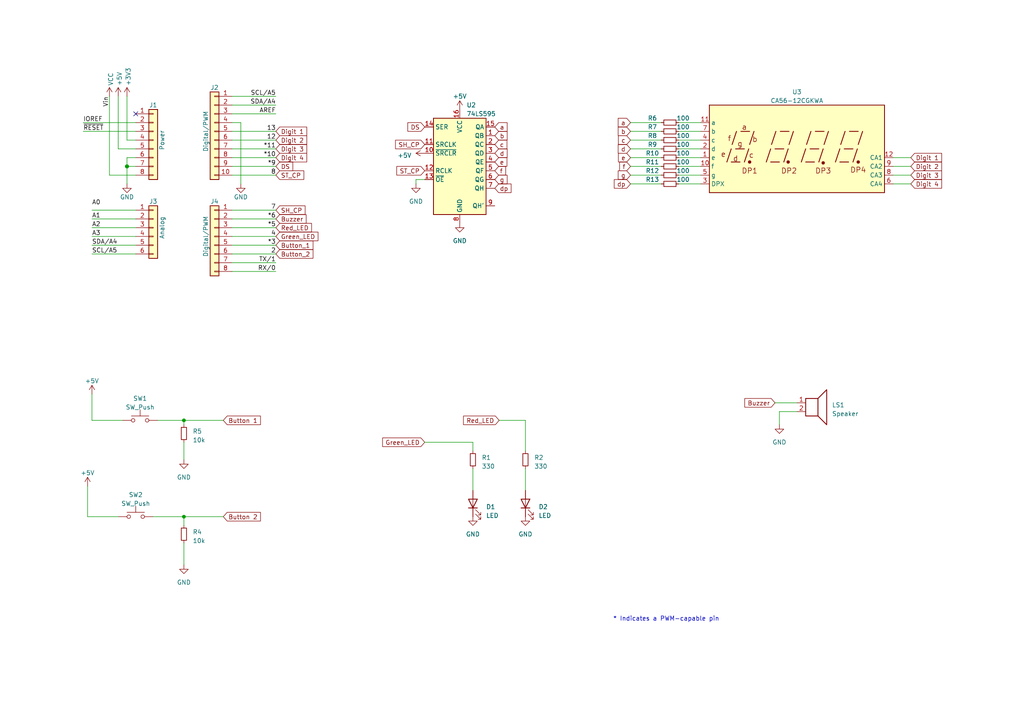
<source format=kicad_sch>
(kicad_sch (version 20230121) (generator eeschema)

  (uuid e63e39d7-6ac0-4ffd-8aa3-1841a4541b55)

  (paper "A4")

  (title_block
    (title "Kitchen timer")
    (date "mar. 31 mars 2015")
    (rev "1.0")
  )

  (lib_symbols
    (symbol "+5V_1" (power) (pin_names (offset 0)) (in_bom yes) (on_board yes)
      (property "Reference" "#PWR" (at 0 -3.81 0)
        (effects (font (size 1.27 1.27)) hide)
      )
      (property "Value" "+5V_1" (at 0 3.556 0)
        (effects (font (size 1.27 1.27)))
      )
      (property "Footprint" "" (at 0 0 0)
        (effects (font (size 1.27 1.27)) hide)
      )
      (property "Datasheet" "" (at 0 0 0)
        (effects (font (size 1.27 1.27)) hide)
      )
      (property "ki_keywords" "global power" (at 0 0 0)
        (effects (font (size 1.27 1.27)) hide)
      )
      (property "ki_description" "Power symbol creates a global label with name \"+5V\"" (at 0 0 0)
        (effects (font (size 1.27 1.27)) hide)
      )
      (symbol "+5V_1_0_1"
        (polyline
          (pts
            (xy -0.762 1.27)
            (xy 0 2.54)
          )
          (stroke (width 0) (type default))
          (fill (type none))
        )
        (polyline
          (pts
            (xy 0 0)
            (xy 0 2.54)
          )
          (stroke (width 0) (type default))
          (fill (type none))
        )
        (polyline
          (pts
            (xy 0 2.54)
            (xy 0.762 1.27)
          )
          (stroke (width 0) (type default))
          (fill (type none))
        )
      )
      (symbol "+5V_1_1_1"
        (pin power_in line (at 0 0 90) (length 0) hide
          (name "+5V" (effects (font (size 1.27 1.27))))
          (number "1" (effects (font (size 1.27 1.27))))
        )
      )
    )
    (symbol "+5V_2" (power) (pin_names (offset 0)) (in_bom yes) (on_board yes)
      (property "Reference" "#PWR" (at 0 -3.81 0)
        (effects (font (size 1.27 1.27)) hide)
      )
      (property "Value" "+5V_2" (at 0 3.556 0)
        (effects (font (size 1.27 1.27)))
      )
      (property "Footprint" "" (at 0 0 0)
        (effects (font (size 1.27 1.27)) hide)
      )
      (property "Datasheet" "" (at 0 0 0)
        (effects (font (size 1.27 1.27)) hide)
      )
      (property "ki_keywords" "global power" (at 0 0 0)
        (effects (font (size 1.27 1.27)) hide)
      )
      (property "ki_description" "Power symbol creates a global label with name \"+5V\"" (at 0 0 0)
        (effects (font (size 1.27 1.27)) hide)
      )
      (symbol "+5V_2_0_1"
        (polyline
          (pts
            (xy -0.762 1.27)
            (xy 0 2.54)
          )
          (stroke (width 0) (type default))
          (fill (type none))
        )
        (polyline
          (pts
            (xy 0 0)
            (xy 0 2.54)
          )
          (stroke (width 0) (type default))
          (fill (type none))
        )
        (polyline
          (pts
            (xy 0 2.54)
            (xy 0.762 1.27)
          )
          (stroke (width 0) (type default))
          (fill (type none))
        )
      )
      (symbol "+5V_2_1_1"
        (pin power_in line (at 0 0 90) (length 0) hide
          (name "+5V" (effects (font (size 1.27 1.27))))
          (number "1" (effects (font (size 1.27 1.27))))
        )
      )
    )
    (symbol "+5V_3" (power) (pin_names (offset 0)) (in_bom yes) (on_board yes)
      (property "Reference" "#PWR" (at 0 -3.81 0)
        (effects (font (size 1.27 1.27)) hide)
      )
      (property "Value" "+5V_3" (at 0 3.556 0)
        (effects (font (size 1.27 1.27)))
      )
      (property "Footprint" "" (at 0 0 0)
        (effects (font (size 1.27 1.27)) hide)
      )
      (property "Datasheet" "" (at 0 0 0)
        (effects (font (size 1.27 1.27)) hide)
      )
      (property "ki_keywords" "global power" (at 0 0 0)
        (effects (font (size 1.27 1.27)) hide)
      )
      (property "ki_description" "Power symbol creates a global label with name \"+5V\"" (at 0 0 0)
        (effects (font (size 1.27 1.27)) hide)
      )
      (symbol "+5V_3_0_1"
        (polyline
          (pts
            (xy -0.762 1.27)
            (xy 0 2.54)
          )
          (stroke (width 0) (type default))
          (fill (type none))
        )
        (polyline
          (pts
            (xy 0 0)
            (xy 0 2.54)
          )
          (stroke (width 0) (type default))
          (fill (type none))
        )
        (polyline
          (pts
            (xy 0 2.54)
            (xy 0.762 1.27)
          )
          (stroke (width 0) (type default))
          (fill (type none))
        )
      )
      (symbol "+5V_3_1_1"
        (pin power_in line (at 0 0 90) (length 0) hide
          (name "+5V" (effects (font (size 1.27 1.27))))
          (number "1" (effects (font (size 1.27 1.27))))
        )
      )
    )
    (symbol "+5V_4" (power) (pin_names (offset 0)) (in_bom yes) (on_board yes)
      (property "Reference" "#PWR" (at 0 -3.81 0)
        (effects (font (size 1.27 1.27)) hide)
      )
      (property "Value" "+5V_4" (at 0 3.556 0)
        (effects (font (size 1.27 1.27)))
      )
      (property "Footprint" "" (at 0 0 0)
        (effects (font (size 1.27 1.27)) hide)
      )
      (property "Datasheet" "" (at 0 0 0)
        (effects (font (size 1.27 1.27)) hide)
      )
      (property "ki_keywords" "global power" (at 0 0 0)
        (effects (font (size 1.27 1.27)) hide)
      )
      (property "ki_description" "Power symbol creates a global label with name \"+5V\"" (at 0 0 0)
        (effects (font (size 1.27 1.27)) hide)
      )
      (symbol "+5V_4_0_1"
        (polyline
          (pts
            (xy -0.762 1.27)
            (xy 0 2.54)
          )
          (stroke (width 0) (type default))
          (fill (type none))
        )
        (polyline
          (pts
            (xy 0 0)
            (xy 0 2.54)
          )
          (stroke (width 0) (type default))
          (fill (type none))
        )
        (polyline
          (pts
            (xy 0 2.54)
            (xy 0.762 1.27)
          )
          (stroke (width 0) (type default))
          (fill (type none))
        )
      )
      (symbol "+5V_4_1_1"
        (pin power_in line (at 0 0 90) (length 0) hide
          (name "+5V" (effects (font (size 1.27 1.27))))
          (number "1" (effects (font (size 1.27 1.27))))
        )
      )
    )
    (symbol "74xx:74LS595" (in_bom yes) (on_board yes)
      (property "Reference" "U" (at -7.62 13.97 0)
        (effects (font (size 1.27 1.27)))
      )
      (property "Value" "74LS595" (at -7.62 -16.51 0)
        (effects (font (size 1.27 1.27)))
      )
      (property "Footprint" "" (at 0 0 0)
        (effects (font (size 1.27 1.27)) hide)
      )
      (property "Datasheet" "http://www.ti.com/lit/gpn/sn74ls595" (at 0 0 0)
        (effects (font (size 1.27 1.27)) hide)
      )
      (property "ki_keywords" "TTL SR 3State" (at 0 0 0)
        (effects (font (size 1.27 1.27)) hide)
      )
      (property "ki_description" "8-bit serial in/out Shift Register 3-State Outputs" (at 0 0 0)
        (effects (font (size 1.27 1.27)) hide)
      )
      (property "ki_fp_filters" "DIP*W7.62mm* SOIC*3.9x9.9mm*P1.27mm* TSSOP*4.4x5mm*P0.65mm* SOIC*5.3x10.2mm*P1.27mm* SOIC*7.5x10.3mm*P1.27mm*" (at 0 0 0)
        (effects (font (size 1.27 1.27)) hide)
      )
      (symbol "74LS595_1_0"
        (pin tri_state line (at 10.16 7.62 180) (length 2.54)
          (name "QB" (effects (font (size 1.27 1.27))))
          (number "1" (effects (font (size 1.27 1.27))))
        )
        (pin input line (at -10.16 2.54 0) (length 2.54)
          (name "~{SRCLR}" (effects (font (size 1.27 1.27))))
          (number "10" (effects (font (size 1.27 1.27))))
        )
        (pin input line (at -10.16 5.08 0) (length 2.54)
          (name "SRCLK" (effects (font (size 1.27 1.27))))
          (number "11" (effects (font (size 1.27 1.27))))
        )
        (pin input line (at -10.16 -2.54 0) (length 2.54)
          (name "RCLK" (effects (font (size 1.27 1.27))))
          (number "12" (effects (font (size 1.27 1.27))))
        )
        (pin input line (at -10.16 -5.08 0) (length 2.54)
          (name "~{OE}" (effects (font (size 1.27 1.27))))
          (number "13" (effects (font (size 1.27 1.27))))
        )
        (pin input line (at -10.16 10.16 0) (length 2.54)
          (name "SER" (effects (font (size 1.27 1.27))))
          (number "14" (effects (font (size 1.27 1.27))))
        )
        (pin tri_state line (at 10.16 10.16 180) (length 2.54)
          (name "QA" (effects (font (size 1.27 1.27))))
          (number "15" (effects (font (size 1.27 1.27))))
        )
        (pin power_in line (at 0 15.24 270) (length 2.54)
          (name "VCC" (effects (font (size 1.27 1.27))))
          (number "16" (effects (font (size 1.27 1.27))))
        )
        (pin tri_state line (at 10.16 5.08 180) (length 2.54)
          (name "QC" (effects (font (size 1.27 1.27))))
          (number "2" (effects (font (size 1.27 1.27))))
        )
        (pin tri_state line (at 10.16 2.54 180) (length 2.54)
          (name "QD" (effects (font (size 1.27 1.27))))
          (number "3" (effects (font (size 1.27 1.27))))
        )
        (pin tri_state line (at 10.16 0 180) (length 2.54)
          (name "QE" (effects (font (size 1.27 1.27))))
          (number "4" (effects (font (size 1.27 1.27))))
        )
        (pin tri_state line (at 10.16 -2.54 180) (length 2.54)
          (name "QF" (effects (font (size 1.27 1.27))))
          (number "5" (effects (font (size 1.27 1.27))))
        )
        (pin tri_state line (at 10.16 -5.08 180) (length 2.54)
          (name "QG" (effects (font (size 1.27 1.27))))
          (number "6" (effects (font (size 1.27 1.27))))
        )
        (pin tri_state line (at 10.16 -7.62 180) (length 2.54)
          (name "QH" (effects (font (size 1.27 1.27))))
          (number "7" (effects (font (size 1.27 1.27))))
        )
        (pin power_in line (at 0 -17.78 90) (length 2.54)
          (name "GND" (effects (font (size 1.27 1.27))))
          (number "8" (effects (font (size 1.27 1.27))))
        )
        (pin output line (at 10.16 -12.7 180) (length 2.54)
          (name "QH'" (effects (font (size 1.27 1.27))))
          (number "9" (effects (font (size 1.27 1.27))))
        )
      )
      (symbol "74LS595_1_1"
        (rectangle (start -7.62 12.7) (end 7.62 -15.24)
          (stroke (width 0.254) (type default))
          (fill (type background))
        )
      )
    )
    (symbol "Connector_Generic:Conn_01x06" (pin_names (offset 1.016) hide) (in_bom yes) (on_board yes)
      (property "Reference" "J" (at 0 7.62 0)
        (effects (font (size 1.27 1.27)))
      )
      (property "Value" "Conn_01x06" (at 0 -10.16 0)
        (effects (font (size 1.27 1.27)))
      )
      (property "Footprint" "" (at 0 0 0)
        (effects (font (size 1.27 1.27)) hide)
      )
      (property "Datasheet" "~" (at 0 0 0)
        (effects (font (size 1.27 1.27)) hide)
      )
      (property "ki_keywords" "connector" (at 0 0 0)
        (effects (font (size 1.27 1.27)) hide)
      )
      (property "ki_description" "Generic connector, single row, 01x06, script generated (kicad-library-utils/schlib/autogen/connector/)" (at 0 0 0)
        (effects (font (size 1.27 1.27)) hide)
      )
      (property "ki_fp_filters" "Connector*:*_1x??_*" (at 0 0 0)
        (effects (font (size 1.27 1.27)) hide)
      )
      (symbol "Conn_01x06_1_1"
        (rectangle (start -1.27 -7.493) (end 0 -7.747)
          (stroke (width 0.1524) (type default))
          (fill (type none))
        )
        (rectangle (start -1.27 -4.953) (end 0 -5.207)
          (stroke (width 0.1524) (type default))
          (fill (type none))
        )
        (rectangle (start -1.27 -2.413) (end 0 -2.667)
          (stroke (width 0.1524) (type default))
          (fill (type none))
        )
        (rectangle (start -1.27 0.127) (end 0 -0.127)
          (stroke (width 0.1524) (type default))
          (fill (type none))
        )
        (rectangle (start -1.27 2.667) (end 0 2.413)
          (stroke (width 0.1524) (type default))
          (fill (type none))
        )
        (rectangle (start -1.27 5.207) (end 0 4.953)
          (stroke (width 0.1524) (type default))
          (fill (type none))
        )
        (rectangle (start -1.27 6.35) (end 1.27 -8.89)
          (stroke (width 0.254) (type default))
          (fill (type background))
        )
        (pin passive line (at -5.08 5.08 0) (length 3.81)
          (name "Pin_1" (effects (font (size 1.27 1.27))))
          (number "1" (effects (font (size 1.27 1.27))))
        )
        (pin passive line (at -5.08 2.54 0) (length 3.81)
          (name "Pin_2" (effects (font (size 1.27 1.27))))
          (number "2" (effects (font (size 1.27 1.27))))
        )
        (pin passive line (at -5.08 0 0) (length 3.81)
          (name "Pin_3" (effects (font (size 1.27 1.27))))
          (number "3" (effects (font (size 1.27 1.27))))
        )
        (pin passive line (at -5.08 -2.54 0) (length 3.81)
          (name "Pin_4" (effects (font (size 1.27 1.27))))
          (number "4" (effects (font (size 1.27 1.27))))
        )
        (pin passive line (at -5.08 -5.08 0) (length 3.81)
          (name "Pin_5" (effects (font (size 1.27 1.27))))
          (number "5" (effects (font (size 1.27 1.27))))
        )
        (pin passive line (at -5.08 -7.62 0) (length 3.81)
          (name "Pin_6" (effects (font (size 1.27 1.27))))
          (number "6" (effects (font (size 1.27 1.27))))
        )
      )
    )
    (symbol "Connector_Generic:Conn_01x08" (pin_names (offset 1.016) hide) (in_bom yes) (on_board yes)
      (property "Reference" "J" (at 0 10.16 0)
        (effects (font (size 1.27 1.27)))
      )
      (property "Value" "Conn_01x08" (at 0 -12.7 0)
        (effects (font (size 1.27 1.27)))
      )
      (property "Footprint" "" (at 0 0 0)
        (effects (font (size 1.27 1.27)) hide)
      )
      (property "Datasheet" "~" (at 0 0 0)
        (effects (font (size 1.27 1.27)) hide)
      )
      (property "ki_keywords" "connector" (at 0 0 0)
        (effects (font (size 1.27 1.27)) hide)
      )
      (property "ki_description" "Generic connector, single row, 01x08, script generated (kicad-library-utils/schlib/autogen/connector/)" (at 0 0 0)
        (effects (font (size 1.27 1.27)) hide)
      )
      (property "ki_fp_filters" "Connector*:*_1x??_*" (at 0 0 0)
        (effects (font (size 1.27 1.27)) hide)
      )
      (symbol "Conn_01x08_1_1"
        (rectangle (start -1.27 -10.033) (end 0 -10.287)
          (stroke (width 0.1524) (type default))
          (fill (type none))
        )
        (rectangle (start -1.27 -7.493) (end 0 -7.747)
          (stroke (width 0.1524) (type default))
          (fill (type none))
        )
        (rectangle (start -1.27 -4.953) (end 0 -5.207)
          (stroke (width 0.1524) (type default))
          (fill (type none))
        )
        (rectangle (start -1.27 -2.413) (end 0 -2.667)
          (stroke (width 0.1524) (type default))
          (fill (type none))
        )
        (rectangle (start -1.27 0.127) (end 0 -0.127)
          (stroke (width 0.1524) (type default))
          (fill (type none))
        )
        (rectangle (start -1.27 2.667) (end 0 2.413)
          (stroke (width 0.1524) (type default))
          (fill (type none))
        )
        (rectangle (start -1.27 5.207) (end 0 4.953)
          (stroke (width 0.1524) (type default))
          (fill (type none))
        )
        (rectangle (start -1.27 7.747) (end 0 7.493)
          (stroke (width 0.1524) (type default))
          (fill (type none))
        )
        (rectangle (start -1.27 8.89) (end 1.27 -11.43)
          (stroke (width 0.254) (type default))
          (fill (type background))
        )
        (pin passive line (at -5.08 7.62 0) (length 3.81)
          (name "Pin_1" (effects (font (size 1.27 1.27))))
          (number "1" (effects (font (size 1.27 1.27))))
        )
        (pin passive line (at -5.08 5.08 0) (length 3.81)
          (name "Pin_2" (effects (font (size 1.27 1.27))))
          (number "2" (effects (font (size 1.27 1.27))))
        )
        (pin passive line (at -5.08 2.54 0) (length 3.81)
          (name "Pin_3" (effects (font (size 1.27 1.27))))
          (number "3" (effects (font (size 1.27 1.27))))
        )
        (pin passive line (at -5.08 0 0) (length 3.81)
          (name "Pin_4" (effects (font (size 1.27 1.27))))
          (number "4" (effects (font (size 1.27 1.27))))
        )
        (pin passive line (at -5.08 -2.54 0) (length 3.81)
          (name "Pin_5" (effects (font (size 1.27 1.27))))
          (number "5" (effects (font (size 1.27 1.27))))
        )
        (pin passive line (at -5.08 -5.08 0) (length 3.81)
          (name "Pin_6" (effects (font (size 1.27 1.27))))
          (number "6" (effects (font (size 1.27 1.27))))
        )
        (pin passive line (at -5.08 -7.62 0) (length 3.81)
          (name "Pin_7" (effects (font (size 1.27 1.27))))
          (number "7" (effects (font (size 1.27 1.27))))
        )
        (pin passive line (at -5.08 -10.16 0) (length 3.81)
          (name "Pin_8" (effects (font (size 1.27 1.27))))
          (number "8" (effects (font (size 1.27 1.27))))
        )
      )
    )
    (symbol "Connector_Generic:Conn_01x10" (pin_names (offset 1.016) hide) (in_bom yes) (on_board yes)
      (property "Reference" "J" (at 0 12.7 0)
        (effects (font (size 1.27 1.27)))
      )
      (property "Value" "Conn_01x10" (at 0 -15.24 0)
        (effects (font (size 1.27 1.27)))
      )
      (property "Footprint" "" (at 0 0 0)
        (effects (font (size 1.27 1.27)) hide)
      )
      (property "Datasheet" "~" (at 0 0 0)
        (effects (font (size 1.27 1.27)) hide)
      )
      (property "ki_keywords" "connector" (at 0 0 0)
        (effects (font (size 1.27 1.27)) hide)
      )
      (property "ki_description" "Generic connector, single row, 01x10, script generated (kicad-library-utils/schlib/autogen/connector/)" (at 0 0 0)
        (effects (font (size 1.27 1.27)) hide)
      )
      (property "ki_fp_filters" "Connector*:*_1x??_*" (at 0 0 0)
        (effects (font (size 1.27 1.27)) hide)
      )
      (symbol "Conn_01x10_1_1"
        (rectangle (start -1.27 -12.573) (end 0 -12.827)
          (stroke (width 0.1524) (type default))
          (fill (type none))
        )
        (rectangle (start -1.27 -10.033) (end 0 -10.287)
          (stroke (width 0.1524) (type default))
          (fill (type none))
        )
        (rectangle (start -1.27 -7.493) (end 0 -7.747)
          (stroke (width 0.1524) (type default))
          (fill (type none))
        )
        (rectangle (start -1.27 -4.953) (end 0 -5.207)
          (stroke (width 0.1524) (type default))
          (fill (type none))
        )
        (rectangle (start -1.27 -2.413) (end 0 -2.667)
          (stroke (width 0.1524) (type default))
          (fill (type none))
        )
        (rectangle (start -1.27 0.127) (end 0 -0.127)
          (stroke (width 0.1524) (type default))
          (fill (type none))
        )
        (rectangle (start -1.27 2.667) (end 0 2.413)
          (stroke (width 0.1524) (type default))
          (fill (type none))
        )
        (rectangle (start -1.27 5.207) (end 0 4.953)
          (stroke (width 0.1524) (type default))
          (fill (type none))
        )
        (rectangle (start -1.27 7.747) (end 0 7.493)
          (stroke (width 0.1524) (type default))
          (fill (type none))
        )
        (rectangle (start -1.27 10.287) (end 0 10.033)
          (stroke (width 0.1524) (type default))
          (fill (type none))
        )
        (rectangle (start -1.27 11.43) (end 1.27 -13.97)
          (stroke (width 0.254) (type default))
          (fill (type background))
        )
        (pin passive line (at -5.08 10.16 0) (length 3.81)
          (name "Pin_1" (effects (font (size 1.27 1.27))))
          (number "1" (effects (font (size 1.27 1.27))))
        )
        (pin passive line (at -5.08 -12.7 0) (length 3.81)
          (name "Pin_10" (effects (font (size 1.27 1.27))))
          (number "10" (effects (font (size 1.27 1.27))))
        )
        (pin passive line (at -5.08 7.62 0) (length 3.81)
          (name "Pin_2" (effects (font (size 1.27 1.27))))
          (number "2" (effects (font (size 1.27 1.27))))
        )
        (pin passive line (at -5.08 5.08 0) (length 3.81)
          (name "Pin_3" (effects (font (size 1.27 1.27))))
          (number "3" (effects (font (size 1.27 1.27))))
        )
        (pin passive line (at -5.08 2.54 0) (length 3.81)
          (name "Pin_4" (effects (font (size 1.27 1.27))))
          (number "4" (effects (font (size 1.27 1.27))))
        )
        (pin passive line (at -5.08 0 0) (length 3.81)
          (name "Pin_5" (effects (font (size 1.27 1.27))))
          (number "5" (effects (font (size 1.27 1.27))))
        )
        (pin passive line (at -5.08 -2.54 0) (length 3.81)
          (name "Pin_6" (effects (font (size 1.27 1.27))))
          (number "6" (effects (font (size 1.27 1.27))))
        )
        (pin passive line (at -5.08 -5.08 0) (length 3.81)
          (name "Pin_7" (effects (font (size 1.27 1.27))))
          (number "7" (effects (font (size 1.27 1.27))))
        )
        (pin passive line (at -5.08 -7.62 0) (length 3.81)
          (name "Pin_8" (effects (font (size 1.27 1.27))))
          (number "8" (effects (font (size 1.27 1.27))))
        )
        (pin passive line (at -5.08 -10.16 0) (length 3.81)
          (name "Pin_9" (effects (font (size 1.27 1.27))))
          (number "9" (effects (font (size 1.27 1.27))))
        )
      )
    )
    (symbol "Device:LED" (pin_numbers hide) (pin_names (offset 1.016) hide) (in_bom yes) (on_board yes)
      (property "Reference" "D" (at 0 2.54 0)
        (effects (font (size 1.27 1.27)))
      )
      (property "Value" "LED" (at 0 -2.54 0)
        (effects (font (size 1.27 1.27)))
      )
      (property "Footprint" "" (at 0 0 0)
        (effects (font (size 1.27 1.27)) hide)
      )
      (property "Datasheet" "~" (at 0 0 0)
        (effects (font (size 1.27 1.27)) hide)
      )
      (property "ki_keywords" "LED diode" (at 0 0 0)
        (effects (font (size 1.27 1.27)) hide)
      )
      (property "ki_description" "Light emitting diode" (at 0 0 0)
        (effects (font (size 1.27 1.27)) hide)
      )
      (property "ki_fp_filters" "LED* LED_SMD:* LED_THT:*" (at 0 0 0)
        (effects (font (size 1.27 1.27)) hide)
      )
      (symbol "LED_0_1"
        (polyline
          (pts
            (xy -1.27 -1.27)
            (xy -1.27 1.27)
          )
          (stroke (width 0.254) (type default))
          (fill (type none))
        )
        (polyline
          (pts
            (xy -1.27 0)
            (xy 1.27 0)
          )
          (stroke (width 0) (type default))
          (fill (type none))
        )
        (polyline
          (pts
            (xy 1.27 -1.27)
            (xy 1.27 1.27)
            (xy -1.27 0)
            (xy 1.27 -1.27)
          )
          (stroke (width 0.254) (type default))
          (fill (type none))
        )
        (polyline
          (pts
            (xy -3.048 -0.762)
            (xy -4.572 -2.286)
            (xy -3.81 -2.286)
            (xy -4.572 -2.286)
            (xy -4.572 -1.524)
          )
          (stroke (width 0) (type default))
          (fill (type none))
        )
        (polyline
          (pts
            (xy -1.778 -0.762)
            (xy -3.302 -2.286)
            (xy -2.54 -2.286)
            (xy -3.302 -2.286)
            (xy -3.302 -1.524)
          )
          (stroke (width 0) (type default))
          (fill (type none))
        )
      )
      (symbol "LED_1_1"
        (pin passive line (at -3.81 0 0) (length 2.54)
          (name "K" (effects (font (size 1.27 1.27))))
          (number "1" (effects (font (size 1.27 1.27))))
        )
        (pin passive line (at 3.81 0 180) (length 2.54)
          (name "A" (effects (font (size 1.27 1.27))))
          (number "2" (effects (font (size 1.27 1.27))))
        )
      )
    )
    (symbol "Device:R_Small" (pin_numbers hide) (pin_names (offset 0.254) hide) (in_bom yes) (on_board yes)
      (property "Reference" "R" (at 0.762 0.508 0)
        (effects (font (size 1.27 1.27)) (justify left))
      )
      (property "Value" "R_Small" (at 0.762 -1.016 0)
        (effects (font (size 1.27 1.27)) (justify left))
      )
      (property "Footprint" "" (at 0 0 0)
        (effects (font (size 1.27 1.27)) hide)
      )
      (property "Datasheet" "~" (at 0 0 0)
        (effects (font (size 1.27 1.27)) hide)
      )
      (property "ki_keywords" "R resistor" (at 0 0 0)
        (effects (font (size 1.27 1.27)) hide)
      )
      (property "ki_description" "Resistor, small symbol" (at 0 0 0)
        (effects (font (size 1.27 1.27)) hide)
      )
      (property "ki_fp_filters" "R_*" (at 0 0 0)
        (effects (font (size 1.27 1.27)) hide)
      )
      (symbol "R_Small_0_1"
        (rectangle (start -0.762 1.778) (end 0.762 -1.778)
          (stroke (width 0.2032) (type default))
          (fill (type none))
        )
      )
      (symbol "R_Small_1_1"
        (pin passive line (at 0 2.54 270) (length 0.762)
          (name "~" (effects (font (size 1.27 1.27))))
          (number "1" (effects (font (size 1.27 1.27))))
        )
        (pin passive line (at 0 -2.54 90) (length 0.762)
          (name "~" (effects (font (size 1.27 1.27))))
          (number "2" (effects (font (size 1.27 1.27))))
        )
      )
    )
    (symbol "Device:Speaker" (pin_names (offset 0) hide) (in_bom yes) (on_board yes)
      (property "Reference" "LS" (at 1.27 5.715 0)
        (effects (font (size 1.27 1.27)) (justify right))
      )
      (property "Value" "Speaker" (at 1.27 3.81 0)
        (effects (font (size 1.27 1.27)) (justify right))
      )
      (property "Footprint" "" (at 0 -5.08 0)
        (effects (font (size 1.27 1.27)) hide)
      )
      (property "Datasheet" "~" (at -0.254 -1.27 0)
        (effects (font (size 1.27 1.27)) hide)
      )
      (property "ki_keywords" "speaker sound" (at 0 0 0)
        (effects (font (size 1.27 1.27)) hide)
      )
      (property "ki_description" "Speaker" (at 0 0 0)
        (effects (font (size 1.27 1.27)) hide)
      )
      (symbol "Speaker_0_0"
        (rectangle (start -2.54 1.27) (end 1.016 -3.81)
          (stroke (width 0.254) (type default))
          (fill (type none))
        )
        (polyline
          (pts
            (xy 1.016 1.27)
            (xy 3.556 3.81)
            (xy 3.556 -6.35)
            (xy 1.016 -3.81)
          )
          (stroke (width 0.254) (type default))
          (fill (type none))
        )
      )
      (symbol "Speaker_1_1"
        (pin input line (at -5.08 0 0) (length 2.54)
          (name "1" (effects (font (size 1.27 1.27))))
          (number "1" (effects (font (size 1.27 1.27))))
        )
        (pin input line (at -5.08 -2.54 0) (length 2.54)
          (name "2" (effects (font (size 1.27 1.27))))
          (number "2" (effects (font (size 1.27 1.27))))
        )
      )
    )
    (symbol "Display_Character:CA56-12CGKWA" (in_bom yes) (on_board yes)
      (property "Reference" "U" (at -24.13 13.97 0)
        (effects (font (size 1.27 1.27)))
      )
      (property "Value" "CA56-12CGKWA" (at 17.78 13.97 0)
        (effects (font (size 1.27 1.27)))
      )
      (property "Footprint" "Display_7Segment:CA56-12CGKWA" (at 0 -15.24 0)
        (effects (font (size 1.27 1.27)) hide)
      )
      (property "Datasheet" "http://www.kingbright.com/attachments/file/psearch/000/00/00/CA56-12CGKWA(Ver.9A).pdf" (at -10.922 0.762 0)
        (effects (font (size 1.27 1.27)) hide)
      )
      (property "ki_keywords" "display LED" (at 0 0 0)
        (effects (font (size 1.27 1.27)) hide)
      )
      (property "ki_description" "4 digit 7 segment Green LED, common anode" (at 0 0 0)
        (effects (font (size 1.27 1.27)) hide)
      )
      (property "ki_fp_filters" "*CA56*12CGKWA*" (at 0 0 0)
        (effects (font (size 1.27 1.27)) hide)
      )
      (symbol "CA56-12CGKWA_0_0"
        (rectangle (start -25.4 12.7) (end 25.4 -12.7)
          (stroke (width 0.254) (type default))
          (fill (type background))
        )
        (polyline
          (pts
            (xy -20.32 -3.81)
            (xy -19.05 0)
          )
          (stroke (width 0.254) (type default))
          (fill (type none))
        )
        (polyline
          (pts
            (xy -19.05 -3.81)
            (xy -16.51 -3.81)
          )
          (stroke (width 0.254) (type default))
          (fill (type none))
        )
        (polyline
          (pts
            (xy -18.796 1.27)
            (xy -17.526 5.08)
          )
          (stroke (width 0.254) (type default))
          (fill (type none))
        )
        (polyline
          (pts
            (xy -17.78 0)
            (xy -15.24 0)
          )
          (stroke (width 0.254) (type default))
          (fill (type none))
        )
        (polyline
          (pts
            (xy -16.256 5.08)
            (xy -13.716 5.08)
          )
          (stroke (width 0.254) (type default))
          (fill (type none))
        )
        (polyline
          (pts
            (xy -15.24 -3.81)
            (xy -13.97 0)
          )
          (stroke (width 0.254) (type default))
          (fill (type none))
        )
        (polyline
          (pts
            (xy -13.716 1.27)
            (xy -12.446 5.08)
          )
          (stroke (width 0.254) (type default))
          (fill (type none))
        )
        (polyline
          (pts
            (xy -8.89 -3.81)
            (xy -7.62 0)
          )
          (stroke (width 0.254) (type default))
          (fill (type none))
        )
        (polyline
          (pts
            (xy -7.62 -3.81)
            (xy -5.08 -3.81)
          )
          (stroke (width 0.254) (type default))
          (fill (type none))
        )
        (polyline
          (pts
            (xy -7.366 1.27)
            (xy -6.096 5.08)
          )
          (stroke (width 0.254) (type default))
          (fill (type none))
        )
        (polyline
          (pts
            (xy -6.35 0)
            (xy -3.81 0)
          )
          (stroke (width 0.254) (type default))
          (fill (type none))
        )
        (polyline
          (pts
            (xy -4.826 5.08)
            (xy -2.286 5.08)
          )
          (stroke (width 0.254) (type default))
          (fill (type none))
        )
        (polyline
          (pts
            (xy -3.81 -3.81)
            (xy -2.54 0)
          )
          (stroke (width 0.254) (type default))
          (fill (type none))
        )
        (polyline
          (pts
            (xy -2.286 1.27)
            (xy -1.016 5.08)
          )
          (stroke (width 0.254) (type default))
          (fill (type none))
        )
        (polyline
          (pts
            (xy 1.27 -3.81)
            (xy 2.54 0)
          )
          (stroke (width 0.254) (type default))
          (fill (type none))
        )
        (polyline
          (pts
            (xy 2.54 -3.81)
            (xy 5.08 -3.81)
          )
          (stroke (width 0.254) (type default))
          (fill (type none))
        )
        (polyline
          (pts
            (xy 2.794 1.27)
            (xy 4.064 5.08)
          )
          (stroke (width 0.254) (type default))
          (fill (type none))
        )
        (polyline
          (pts
            (xy 3.81 0)
            (xy 6.35 0)
          )
          (stroke (width 0.254) (type default))
          (fill (type none))
        )
        (polyline
          (pts
            (xy 5.334 5.08)
            (xy 7.874 5.08)
          )
          (stroke (width 0.254) (type default))
          (fill (type none))
        )
        (polyline
          (pts
            (xy 6.35 -3.81)
            (xy 7.62 0)
          )
          (stroke (width 0.254) (type default))
          (fill (type none))
        )
        (polyline
          (pts
            (xy 7.874 1.27)
            (xy 9.144 5.08)
          )
          (stroke (width 0.254) (type default))
          (fill (type none))
        )
        (polyline
          (pts
            (xy 11.176 -3.81)
            (xy 12.446 0)
          )
          (stroke (width 0.254) (type default))
          (fill (type none))
        )
        (polyline
          (pts
            (xy 12.446 -3.81)
            (xy 14.986 -3.81)
          )
          (stroke (width 0.254) (type default))
          (fill (type none))
        )
        (polyline
          (pts
            (xy 12.7 1.27)
            (xy 13.97 5.08)
          )
          (stroke (width 0.254) (type default))
          (fill (type none))
        )
        (polyline
          (pts
            (xy 13.716 0)
            (xy 16.256 0)
          )
          (stroke (width 0.254) (type default))
          (fill (type none))
        )
        (polyline
          (pts
            (xy 15.24 5.08)
            (xy 17.78 5.08)
          )
          (stroke (width 0.254) (type default))
          (fill (type none))
        )
        (polyline
          (pts
            (xy 16.256 -3.81)
            (xy 17.526 0)
          )
          (stroke (width 0.254) (type default))
          (fill (type none))
        )
        (polyline
          (pts
            (xy 17.78 1.27)
            (xy 19.05 5.08)
          )
          (stroke (width 0.254) (type default))
          (fill (type none))
        )
        (text "a" (at -15.24 6.35 0)
          (effects (font (size 1.524 1.524)))
        )
        (text "b" (at -12.192 2.794 0)
          (effects (font (size 1.524 1.524)))
        )
        (text "c" (at -13.208 -1.778 0)
          (effects (font (size 1.524 1.524)))
        )
        (text "d" (at -17.78 -2.794 0)
          (effects (font (size 1.524 1.524)))
        )
        (text "DP1" (at -13.716 -6.35 0)
          (effects (font (size 1.524 1.524)))
        )
        (text "DP2" (at -2.286 -6.35 0)
          (effects (font (size 1.524 1.524)))
        )
        (text "DP3" (at 7.62 -6.35 0)
          (effects (font (size 1.524 1.524)))
        )
        (text "DP4" (at 17.78 -6.096 0)
          (effects (font (size 1.524 1.524)))
        )
        (text "e" (at -21.336 -1.524 0)
          (effects (font (size 1.524 1.524)))
        )
        (text "f" (at -19.558 3.048 0)
          (effects (font (size 1.524 1.524)))
        )
        (text "g" (at -16.51 1.524 0)
          (effects (font (size 1.524 1.524)))
        )
      )
      (symbol "CA56-12CGKWA_0_1"
        (circle (center -13.716 -3.81) (radius 0.3556)
          (stroke (width 0.254) (type default))
          (fill (type outline))
        )
        (circle (center -2.54 -3.81) (radius 0.3556)
          (stroke (width 0.254) (type default))
          (fill (type outline))
        )
      )
      (symbol "CA56-12CGKWA_1_0"
        (circle (center 7.62 -4.064) (radius 0.3556)
          (stroke (width 0.254) (type default))
          (fill (type outline))
        )
        (circle (center 17.78 -3.81) (radius 0.3556)
          (stroke (width 0.254) (type default))
          (fill (type outline))
        )
      )
      (symbol "CA56-12CGKWA_1_1"
        (pin input line (at -27.94 -2.54 0) (length 2.54)
          (name "e" (effects (font (size 1.27 1.27))))
          (number "1" (effects (font (size 1.27 1.27))))
        )
        (pin input line (at -27.94 -5.08 0) (length 2.54)
          (name "f" (effects (font (size 1.27 1.27))))
          (number "10" (effects (font (size 1.27 1.27))))
        )
        (pin input line (at -27.94 7.62 0) (length 2.54)
          (name "a" (effects (font (size 1.27 1.27))))
          (number "11" (effects (font (size 1.27 1.27))))
        )
        (pin input line (at 27.94 -2.54 180) (length 2.54)
          (name "CA1" (effects (font (size 1.27 1.27))))
          (number "12" (effects (font (size 1.27 1.27))))
        )
        (pin input line (at -27.94 0 0) (length 2.54)
          (name "d" (effects (font (size 1.27 1.27))))
          (number "2" (effects (font (size 1.27 1.27))))
        )
        (pin input line (at -27.94 -10.16 0) (length 2.54)
          (name "DPX" (effects (font (size 1.27 1.27))))
          (number "3" (effects (font (size 1.27 1.27))))
        )
        (pin input line (at -27.94 2.54 0) (length 2.54)
          (name "c" (effects (font (size 1.27 1.27))))
          (number "4" (effects (font (size 1.27 1.27))))
        )
        (pin input line (at -27.94 -7.62 0) (length 2.54)
          (name "g" (effects (font (size 1.27 1.27))))
          (number "5" (effects (font (size 1.27 1.27))))
        )
        (pin input line (at 27.94 -10.16 180) (length 2.54)
          (name "CA4" (effects (font (size 1.27 1.27))))
          (number "6" (effects (font (size 1.27 1.27))))
        )
        (pin input line (at -27.94 5.08 0) (length 2.54)
          (name "b" (effects (font (size 1.27 1.27))))
          (number "7" (effects (font (size 1.27 1.27))))
        )
        (pin input line (at 27.94 -7.62 180) (length 2.54)
          (name "CA3" (effects (font (size 1.27 1.27))))
          (number "8" (effects (font (size 1.27 1.27))))
        )
        (pin input line (at 27.94 -5.08 180) (length 2.54)
          (name "CA2" (effects (font (size 1.27 1.27))))
          (number "9" (effects (font (size 1.27 1.27))))
        )
      )
    )
    (symbol "GND_1" (power) (pin_names (offset 0)) (in_bom yes) (on_board yes)
      (property "Reference" "#PWR" (at 0 -6.35 0)
        (effects (font (size 1.27 1.27)) hide)
      )
      (property "Value" "GND_1" (at 0 -3.81 0)
        (effects (font (size 1.27 1.27)))
      )
      (property "Footprint" "" (at 0 0 0)
        (effects (font (size 1.27 1.27)) hide)
      )
      (property "Datasheet" "" (at 0 0 0)
        (effects (font (size 1.27 1.27)) hide)
      )
      (property "ki_keywords" "global power" (at 0 0 0)
        (effects (font (size 1.27 1.27)) hide)
      )
      (property "ki_description" "Power symbol creates a global label with name \"GND\" , ground" (at 0 0 0)
        (effects (font (size 1.27 1.27)) hide)
      )
      (symbol "GND_1_0_1"
        (polyline
          (pts
            (xy 0 0)
            (xy 0 -1.27)
            (xy 1.27 -1.27)
            (xy 0 -2.54)
            (xy -1.27 -1.27)
            (xy 0 -1.27)
          )
          (stroke (width 0) (type default))
          (fill (type none))
        )
      )
      (symbol "GND_1_1_1"
        (pin power_in line (at 0 0 270) (length 0) hide
          (name "GND" (effects (font (size 1.27 1.27))))
          (number "1" (effects (font (size 1.27 1.27))))
        )
      )
    )
    (symbol "GND_2" (power) (pin_names (offset 0)) (in_bom yes) (on_board yes)
      (property "Reference" "#PWR" (at 0 -6.35 0)
        (effects (font (size 1.27 1.27)) hide)
      )
      (property "Value" "GND_2" (at 0 -3.81 0)
        (effects (font (size 1.27 1.27)))
      )
      (property "Footprint" "" (at 0 0 0)
        (effects (font (size 1.27 1.27)) hide)
      )
      (property "Datasheet" "" (at 0 0 0)
        (effects (font (size 1.27 1.27)) hide)
      )
      (property "ki_keywords" "global power" (at 0 0 0)
        (effects (font (size 1.27 1.27)) hide)
      )
      (property "ki_description" "Power symbol creates a global label with name \"GND\" , ground" (at 0 0 0)
        (effects (font (size 1.27 1.27)) hide)
      )
      (symbol "GND_2_0_1"
        (polyline
          (pts
            (xy 0 0)
            (xy 0 -1.27)
            (xy 1.27 -1.27)
            (xy 0 -2.54)
            (xy -1.27 -1.27)
            (xy 0 -1.27)
          )
          (stroke (width 0) (type default))
          (fill (type none))
        )
      )
      (symbol "GND_2_1_1"
        (pin power_in line (at 0 0 270) (length 0) hide
          (name "GND" (effects (font (size 1.27 1.27))))
          (number "1" (effects (font (size 1.27 1.27))))
        )
      )
    )
    (symbol "GND_3" (power) (pin_names (offset 0)) (in_bom yes) (on_board yes)
      (property "Reference" "#PWR" (at 0 -6.35 0)
        (effects (font (size 1.27 1.27)) hide)
      )
      (property "Value" "GND_3" (at 0 -3.81 0)
        (effects (font (size 1.27 1.27)))
      )
      (property "Footprint" "" (at 0 0 0)
        (effects (font (size 1.27 1.27)) hide)
      )
      (property "Datasheet" "" (at 0 0 0)
        (effects (font (size 1.27 1.27)) hide)
      )
      (property "ki_keywords" "global power" (at 0 0 0)
        (effects (font (size 1.27 1.27)) hide)
      )
      (property "ki_description" "Power symbol creates a global label with name \"GND\" , ground" (at 0 0 0)
        (effects (font (size 1.27 1.27)) hide)
      )
      (symbol "GND_3_0_1"
        (polyline
          (pts
            (xy 0 0)
            (xy 0 -1.27)
            (xy 1.27 -1.27)
            (xy 0 -2.54)
            (xy -1.27 -1.27)
            (xy 0 -1.27)
          )
          (stroke (width 0) (type default))
          (fill (type none))
        )
      )
      (symbol "GND_3_1_1"
        (pin power_in line (at 0 0 270) (length 0) hide
          (name "GND" (effects (font (size 1.27 1.27))))
          (number "1" (effects (font (size 1.27 1.27))))
        )
      )
    )
    (symbol "GND_4" (power) (pin_names (offset 0)) (in_bom yes) (on_board yes)
      (property "Reference" "#PWR" (at 0 -6.35 0)
        (effects (font (size 1.27 1.27)) hide)
      )
      (property "Value" "GND_4" (at 0 -3.81 0)
        (effects (font (size 1.27 1.27)))
      )
      (property "Footprint" "" (at 0 0 0)
        (effects (font (size 1.27 1.27)) hide)
      )
      (property "Datasheet" "" (at 0 0 0)
        (effects (font (size 1.27 1.27)) hide)
      )
      (property "ki_keywords" "global power" (at 0 0 0)
        (effects (font (size 1.27 1.27)) hide)
      )
      (property "ki_description" "Power symbol creates a global label with name \"GND\" , ground" (at 0 0 0)
        (effects (font (size 1.27 1.27)) hide)
      )
      (symbol "GND_4_0_1"
        (polyline
          (pts
            (xy 0 0)
            (xy 0 -1.27)
            (xy 1.27 -1.27)
            (xy 0 -2.54)
            (xy -1.27 -1.27)
            (xy 0 -1.27)
          )
          (stroke (width 0) (type default))
          (fill (type none))
        )
      )
      (symbol "GND_4_1_1"
        (pin power_in line (at 0 0 270) (length 0) hide
          (name "GND" (effects (font (size 1.27 1.27))))
          (number "1" (effects (font (size 1.27 1.27))))
        )
      )
    )
    (symbol "GND_5" (power) (pin_names (offset 0)) (in_bom yes) (on_board yes)
      (property "Reference" "#PWR" (at 0 -6.35 0)
        (effects (font (size 1.27 1.27)) hide)
      )
      (property "Value" "GND_5" (at 0 -3.81 0)
        (effects (font (size 1.27 1.27)))
      )
      (property "Footprint" "" (at 0 0 0)
        (effects (font (size 1.27 1.27)) hide)
      )
      (property "Datasheet" "" (at 0 0 0)
        (effects (font (size 1.27 1.27)) hide)
      )
      (property "ki_keywords" "global power" (at 0 0 0)
        (effects (font (size 1.27 1.27)) hide)
      )
      (property "ki_description" "Power symbol creates a global label with name \"GND\" , ground" (at 0 0 0)
        (effects (font (size 1.27 1.27)) hide)
      )
      (symbol "GND_5_0_1"
        (polyline
          (pts
            (xy 0 0)
            (xy 0 -1.27)
            (xy 1.27 -1.27)
            (xy 0 -2.54)
            (xy -1.27 -1.27)
            (xy 0 -1.27)
          )
          (stroke (width 0) (type default))
          (fill (type none))
        )
      )
      (symbol "GND_5_1_1"
        (pin power_in line (at 0 0 270) (length 0) hide
          (name "GND" (effects (font (size 1.27 1.27))))
          (number "1" (effects (font (size 1.27 1.27))))
        )
      )
    )
    (symbol "GND_6" (power) (pin_names (offset 0)) (in_bom yes) (on_board yes)
      (property "Reference" "#PWR" (at 0 -6.35 0)
        (effects (font (size 1.27 1.27)) hide)
      )
      (property "Value" "GND_6" (at 0 -3.81 0)
        (effects (font (size 1.27 1.27)))
      )
      (property "Footprint" "" (at 0 0 0)
        (effects (font (size 1.27 1.27)) hide)
      )
      (property "Datasheet" "" (at 0 0 0)
        (effects (font (size 1.27 1.27)) hide)
      )
      (property "ki_keywords" "global power" (at 0 0 0)
        (effects (font (size 1.27 1.27)) hide)
      )
      (property "ki_description" "Power symbol creates a global label with name \"GND\" , ground" (at 0 0 0)
        (effects (font (size 1.27 1.27)) hide)
      )
      (symbol "GND_6_0_1"
        (polyline
          (pts
            (xy 0 0)
            (xy 0 -1.27)
            (xy 1.27 -1.27)
            (xy 0 -2.54)
            (xy -1.27 -1.27)
            (xy 0 -1.27)
          )
          (stroke (width 0) (type default))
          (fill (type none))
        )
      )
      (symbol "GND_6_1_1"
        (pin power_in line (at 0 0 270) (length 0) hide
          (name "GND" (effects (font (size 1.27 1.27))))
          (number "1" (effects (font (size 1.27 1.27))))
        )
      )
    )
    (symbol "Switch:SW_Push" (pin_numbers hide) (pin_names (offset 1.016) hide) (in_bom yes) (on_board yes)
      (property "Reference" "SW" (at 1.27 2.54 0)
        (effects (font (size 1.27 1.27)) (justify left))
      )
      (property "Value" "SW_Push" (at 0 -1.524 0)
        (effects (font (size 1.27 1.27)))
      )
      (property "Footprint" "" (at 0 5.08 0)
        (effects (font (size 1.27 1.27)) hide)
      )
      (property "Datasheet" "~" (at 0 5.08 0)
        (effects (font (size 1.27 1.27)) hide)
      )
      (property "ki_keywords" "switch normally-open pushbutton push-button" (at 0 0 0)
        (effects (font (size 1.27 1.27)) hide)
      )
      (property "ki_description" "Push button switch, generic, two pins" (at 0 0 0)
        (effects (font (size 1.27 1.27)) hide)
      )
      (symbol "SW_Push_0_1"
        (circle (center -2.032 0) (radius 0.508)
          (stroke (width 0) (type default))
          (fill (type none))
        )
        (polyline
          (pts
            (xy 0 1.27)
            (xy 0 3.048)
          )
          (stroke (width 0) (type default))
          (fill (type none))
        )
        (polyline
          (pts
            (xy 2.54 1.27)
            (xy -2.54 1.27)
          )
          (stroke (width 0) (type default))
          (fill (type none))
        )
        (circle (center 2.032 0) (radius 0.508)
          (stroke (width 0) (type default))
          (fill (type none))
        )
        (pin passive line (at -5.08 0 0) (length 2.54)
          (name "1" (effects (font (size 1.27 1.27))))
          (number "1" (effects (font (size 1.27 1.27))))
        )
        (pin passive line (at 5.08 0 180) (length 2.54)
          (name "2" (effects (font (size 1.27 1.27))))
          (number "2" (effects (font (size 1.27 1.27))))
        )
      )
    )
    (symbol "power:+3V3" (power) (pin_names (offset 0)) (in_bom yes) (on_board yes)
      (property "Reference" "#PWR" (at 0 -3.81 0)
        (effects (font (size 1.27 1.27)) hide)
      )
      (property "Value" "+3V3" (at 0 3.556 0)
        (effects (font (size 1.27 1.27)))
      )
      (property "Footprint" "" (at 0 0 0)
        (effects (font (size 1.27 1.27)) hide)
      )
      (property "Datasheet" "" (at 0 0 0)
        (effects (font (size 1.27 1.27)) hide)
      )
      (property "ki_keywords" "power-flag" (at 0 0 0)
        (effects (font (size 1.27 1.27)) hide)
      )
      (property "ki_description" "Power symbol creates a global label with name \"+3V3\"" (at 0 0 0)
        (effects (font (size 1.27 1.27)) hide)
      )
      (symbol "+3V3_0_1"
        (polyline
          (pts
            (xy -0.762 1.27)
            (xy 0 2.54)
          )
          (stroke (width 0) (type default))
          (fill (type none))
        )
        (polyline
          (pts
            (xy 0 0)
            (xy 0 2.54)
          )
          (stroke (width 0) (type default))
          (fill (type none))
        )
        (polyline
          (pts
            (xy 0 2.54)
            (xy 0.762 1.27)
          )
          (stroke (width 0) (type default))
          (fill (type none))
        )
      )
      (symbol "+3V3_1_1"
        (pin power_in line (at 0 0 90) (length 0) hide
          (name "+3V3" (effects (font (size 1.27 1.27))))
          (number "1" (effects (font (size 1.27 1.27))))
        )
      )
    )
    (symbol "power:+5V" (power) (pin_names (offset 0)) (in_bom yes) (on_board yes)
      (property "Reference" "#PWR" (at 0 -3.81 0)
        (effects (font (size 1.27 1.27)) hide)
      )
      (property "Value" "+5V" (at 0 3.556 0)
        (effects (font (size 1.27 1.27)))
      )
      (property "Footprint" "" (at 0 0 0)
        (effects (font (size 1.27 1.27)) hide)
      )
      (property "Datasheet" "" (at 0 0 0)
        (effects (font (size 1.27 1.27)) hide)
      )
      (property "ki_keywords" "power-flag" (at 0 0 0)
        (effects (font (size 1.27 1.27)) hide)
      )
      (property "ki_description" "Power symbol creates a global label with name \"+5V\"" (at 0 0 0)
        (effects (font (size 1.27 1.27)) hide)
      )
      (symbol "+5V_0_1"
        (polyline
          (pts
            (xy -0.762 1.27)
            (xy 0 2.54)
          )
          (stroke (width 0) (type default))
          (fill (type none))
        )
        (polyline
          (pts
            (xy 0 0)
            (xy 0 2.54)
          )
          (stroke (width 0) (type default))
          (fill (type none))
        )
        (polyline
          (pts
            (xy 0 2.54)
            (xy 0.762 1.27)
          )
          (stroke (width 0) (type default))
          (fill (type none))
        )
      )
      (symbol "+5V_1_1"
        (pin power_in line (at 0 0 90) (length 0) hide
          (name "+5V" (effects (font (size 1.27 1.27))))
          (number "1" (effects (font (size 1.27 1.27))))
        )
      )
    )
    (symbol "power:GND" (power) (pin_names (offset 0)) (in_bom yes) (on_board yes)
      (property "Reference" "#PWR" (at 0 -6.35 0)
        (effects (font (size 1.27 1.27)) hide)
      )
      (property "Value" "GND" (at 0 -3.81 0)
        (effects (font (size 1.27 1.27)))
      )
      (property "Footprint" "" (at 0 0 0)
        (effects (font (size 1.27 1.27)) hide)
      )
      (property "Datasheet" "" (at 0 0 0)
        (effects (font (size 1.27 1.27)) hide)
      )
      (property "ki_keywords" "power-flag" (at 0 0 0)
        (effects (font (size 1.27 1.27)) hide)
      )
      (property "ki_description" "Power symbol creates a global label with name \"GND\" , ground" (at 0 0 0)
        (effects (font (size 1.27 1.27)) hide)
      )
      (symbol "GND_0_1"
        (polyline
          (pts
            (xy 0 0)
            (xy 0 -1.27)
            (xy 1.27 -1.27)
            (xy 0 -2.54)
            (xy -1.27 -1.27)
            (xy 0 -1.27)
          )
          (stroke (width 0) (type default))
          (fill (type none))
        )
      )
      (symbol "GND_1_1"
        (pin power_in line (at 0 0 270) (length 0) hide
          (name "GND" (effects (font (size 1.27 1.27))))
          (number "1" (effects (font (size 1.27 1.27))))
        )
      )
    )
    (symbol "power:VCC" (power) (pin_names (offset 0)) (in_bom yes) (on_board yes)
      (property "Reference" "#PWR" (at 0 -3.81 0)
        (effects (font (size 1.27 1.27)) hide)
      )
      (property "Value" "VCC" (at 0 3.81 0)
        (effects (font (size 1.27 1.27)))
      )
      (property "Footprint" "" (at 0 0 0)
        (effects (font (size 1.27 1.27)) hide)
      )
      (property "Datasheet" "" (at 0 0 0)
        (effects (font (size 1.27 1.27)) hide)
      )
      (property "ki_keywords" "power-flag" (at 0 0 0)
        (effects (font (size 1.27 1.27)) hide)
      )
      (property "ki_description" "Power symbol creates a global label with name \"VCC\"" (at 0 0 0)
        (effects (font (size 1.27 1.27)) hide)
      )
      (symbol "VCC_0_1"
        (polyline
          (pts
            (xy -0.762 1.27)
            (xy 0 2.54)
          )
          (stroke (width 0) (type default))
          (fill (type none))
        )
        (polyline
          (pts
            (xy 0 0)
            (xy 0 2.54)
          )
          (stroke (width 0) (type default))
          (fill (type none))
        )
        (polyline
          (pts
            (xy 0 2.54)
            (xy 0.762 1.27)
          )
          (stroke (width 0) (type default))
          (fill (type none))
        )
      )
      (symbol "VCC_1_1"
        (pin power_in line (at 0 0 90) (length 0) hide
          (name "VCC" (effects (font (size 1.27 1.27))))
          (number "1" (effects (font (size 1.27 1.27))))
        )
      )
    )
  )

  (junction (at 53.34 121.92) (diameter 0) (color 0 0 0 0)
    (uuid 1f50f0c3-25b7-402a-aba1-93d304fcd229)
  )
  (junction (at 36.83 48.26) (diameter 1.016) (color 0 0 0 0)
    (uuid 3dcc657b-55a1-48e0-9667-e01e7b6b08b5)
  )
  (junction (at 53.34 149.86) (diameter 0) (color 0 0 0 0)
    (uuid 9ff166c7-e1f2-434c-887c-18e829805cfe)
  )

  (no_connect (at 39.37 33.02) (uuid d181157c-7812-47e5-a0cf-9580c905fc86))

  (wire (pts (xy 182.88 38.1) (xy 191.77 38.1))
    (stroke (width 0) (type default))
    (uuid 0017ebf6-bf55-47cd-83c8-da9202346d96)
  )
  (wire (pts (xy 67.31 78.74) (xy 80.01 78.74))
    (stroke (width 0) (type solid))
    (uuid 010ba307-2067-49d3-b0fa-6414143f3fc2)
  )
  (wire (pts (xy 53.34 149.86) (xy 53.34 152.4))
    (stroke (width 0) (type default))
    (uuid 0370059a-bad8-463c-9d89-7375ff2a38ae)
  )
  (wire (pts (xy 53.34 128.27) (xy 53.34 133.35))
    (stroke (width 0) (type default))
    (uuid 044631e3-4bca-4a28-96ca-d5ee0993bee0)
  )
  (wire (pts (xy 67.31 45.72) (xy 80.01 45.72))
    (stroke (width 0) (type solid))
    (uuid 09480ba4-37da-45e3-b9fe-6beebf876349)
  )
  (wire (pts (xy 26.67 63.5) (xy 39.37 63.5))
    (stroke (width 0) (type default))
    (uuid 0b5adc09-9149-4cc9-95ca-340577d7839d)
  )
  (wire (pts (xy 67.31 27.94) (xy 80.01 27.94))
    (stroke (width 0) (type solid))
    (uuid 0f5d2189-4ead-42fa-8f7a-cfa3af4de132)
  )
  (wire (pts (xy 53.34 157.48) (xy 53.34 163.83))
    (stroke (width 0) (type default))
    (uuid 0f73edd3-b3f8-4eed-b32d-624392fc4e76)
  )
  (wire (pts (xy 196.85 35.56) (xy 203.2 35.56))
    (stroke (width 0) (type default))
    (uuid 177b7ad8-6b08-4c32-a55d-b30f29ea3105)
  )
  (wire (pts (xy 137.16 135.89) (xy 137.16 142.24))
    (stroke (width 0) (type default))
    (uuid 1b602126-7b20-4ad9-8035-a46546eb9f13)
  )
  (wire (pts (xy 36.83 45.72) (xy 36.83 48.26))
    (stroke (width 0) (type solid))
    (uuid 1c31b835-925f-4a5c-92df-8f2558bb711b)
  )
  (wire (pts (xy 196.85 53.34) (xy 203.2 53.34))
    (stroke (width 0) (type default))
    (uuid 1f892482-ac75-4a49-9b4f-f6ea4af226e1)
  )
  (wire (pts (xy 26.67 73.66) (xy 39.37 73.66))
    (stroke (width 0) (type solid))
    (uuid 20854542-d0b0-4be7-af02-0e5fceb34e01)
  )
  (wire (pts (xy 182.88 35.56) (xy 191.77 35.56))
    (stroke (width 0) (type default))
    (uuid 244d3b55-954b-41e2-b574-d75f29e1244b)
  )
  (wire (pts (xy 53.34 121.92) (xy 64.77 121.92))
    (stroke (width 0) (type default))
    (uuid 251fbc66-e36d-400d-b440-b0f1ecf56dcd)
  )
  (wire (pts (xy 26.67 114.3) (xy 26.67 121.92))
    (stroke (width 0) (type default))
    (uuid 2c213ef5-1f2e-4238-bb30-e0e05660070c)
  )
  (wire (pts (xy 36.83 48.26) (xy 36.83 53.34))
    (stroke (width 0) (type solid))
    (uuid 2df788b2-ce68-49bc-a497-4b6570a17f30)
  )
  (wire (pts (xy 36.83 40.64) (xy 39.37 40.64))
    (stroke (width 0) (type solid))
    (uuid 3334b11d-5a13-40b4-a117-d693c543e4ab)
  )
  (wire (pts (xy 34.29 43.18) (xy 39.37 43.18))
    (stroke (width 0) (type solid))
    (uuid 3661f80c-fef8-4441-83be-df8930b3b45e)
  )
  (wire (pts (xy 34.29 27.94) (xy 34.29 43.18))
    (stroke (width 0) (type solid))
    (uuid 392bf1f6-bf67-427d-8d4c-0a87cb757556)
  )
  (wire (pts (xy 67.31 38.1) (xy 80.01 38.1))
    (stroke (width 0) (type solid))
    (uuid 4227fa6f-c399-4f14-8228-23e39d2b7e7d)
  )
  (wire (pts (xy 196.85 43.18) (xy 203.2 43.18))
    (stroke (width 0) (type default))
    (uuid 441ded11-12fa-4e41-b08e-437f81211040)
  )
  (wire (pts (xy 36.83 27.94) (xy 36.83 40.64))
    (stroke (width 0) (type solid))
    (uuid 442fb4de-4d55-45de-bc27-3e6222ceb890)
  )
  (wire (pts (xy 67.31 60.96) (xy 80.01 60.96))
    (stroke (width 0) (type solid))
    (uuid 4455ee2e-5642-42c1-a83b-f7e65fa0c2f1)
  )
  (wire (pts (xy 123.19 128.27) (xy 137.16 128.27))
    (stroke (width 0) (type default))
    (uuid 47f031d2-d3da-4a42-b253-cd90b1173e6d)
  )
  (wire (pts (xy 196.85 50.8) (xy 203.2 50.8))
    (stroke (width 0) (type default))
    (uuid 4829cea7-47ce-499f-8348-4d9ac5222687)
  )
  (wire (pts (xy 67.31 40.64) (xy 80.01 40.64))
    (stroke (width 0) (type solid))
    (uuid 4a910b57-a5cd-4105-ab4f-bde2a80d4f00)
  )
  (wire (pts (xy 67.31 63.5) (xy 80.01 63.5))
    (stroke (width 0) (type solid))
    (uuid 4e60e1af-19bd-45a0-b418-b7030b594dde)
  )
  (wire (pts (xy 226.06 119.38) (xy 226.06 123.19))
    (stroke (width 0) (type default))
    (uuid 532bff2f-3185-4125-9bec-9c18b5957b48)
  )
  (wire (pts (xy 182.88 50.8) (xy 191.77 50.8))
    (stroke (width 0) (type default))
    (uuid 56450095-10ae-4d96-b83a-d97876e969f6)
  )
  (wire (pts (xy 25.4 140.97) (xy 25.4 149.86))
    (stroke (width 0) (type default))
    (uuid 58444a2d-9ef7-46e5-bda5-0a7f36755133)
  )
  (wire (pts (xy 259.08 50.8) (xy 264.16 50.8))
    (stroke (width 0) (type default))
    (uuid 598390d9-a331-4743-9a3e-dbeca1cff59b)
  )
  (wire (pts (xy 182.88 53.34) (xy 191.77 53.34))
    (stroke (width 0) (type default))
    (uuid 5aa32926-91fa-4023-b79c-abe97df7f1b1)
  )
  (wire (pts (xy 67.31 48.26) (xy 80.01 48.26))
    (stroke (width 0) (type solid))
    (uuid 63f2b71b-521b-4210-bf06-ed65e330fccc)
  )
  (wire (pts (xy 182.88 48.26) (xy 191.77 48.26))
    (stroke (width 0) (type default))
    (uuid 64e0cfda-2e1d-4110-9cb0-a5225274ad88)
  )
  (wire (pts (xy 67.31 68.58) (xy 80.01 68.58))
    (stroke (width 0) (type solid))
    (uuid 6bb3ea5f-9e60-4add-9d97-244be2cf61d2)
  )
  (wire (pts (xy 259.08 45.72) (xy 264.16 45.72))
    (stroke (width 0) (type default))
    (uuid 725250fc-7762-432a-96b8-03ef394b0650)
  )
  (wire (pts (xy 24.13 35.56) (xy 39.37 35.56))
    (stroke (width 0) (type solid))
    (uuid 73d4774c-1387-4550-b580-a1cc0ac89b89)
  )
  (wire (pts (xy 26.67 60.96) (xy 39.37 60.96))
    (stroke (width 0) (type default))
    (uuid 7c7d5ec3-d189-4612-a8ca-02fa2ab8060b)
  )
  (wire (pts (xy 259.08 53.34) (xy 264.16 53.34))
    (stroke (width 0) (type default))
    (uuid 82a7d4b4-ea43-4e55-be54-7fb8ae074c5c)
  )
  (wire (pts (xy 144.78 121.92) (xy 152.4 121.92))
    (stroke (width 0) (type default))
    (uuid 840ead7c-d49b-4e26-a68d-e557dee8cb3c)
  )
  (wire (pts (xy 69.85 35.56) (xy 69.85 53.34))
    (stroke (width 0) (type solid))
    (uuid 84ce350c-b0c1-4e69-9ab2-f7ec7b8bb312)
  )
  (wire (pts (xy 196.85 45.72) (xy 203.2 45.72))
    (stroke (width 0) (type default))
    (uuid 85b90489-9210-4a35-a704-e96823bba46c)
  )
  (wire (pts (xy 45.72 121.92) (xy 53.34 121.92))
    (stroke (width 0) (type default))
    (uuid 88c6267a-300d-4be0-b695-6b78bda3c271)
  )
  (wire (pts (xy 67.31 33.02) (xy 80.01 33.02))
    (stroke (width 0) (type solid))
    (uuid 8a3d35a2-f0f6-4dec-a606-7c8e288ca828)
  )
  (wire (pts (xy 25.4 149.86) (xy 34.29 149.86))
    (stroke (width 0) (type default))
    (uuid 92172163-27ef-41c2-a157-56fb5ef50c91)
  )
  (wire (pts (xy 182.88 45.72) (xy 191.77 45.72))
    (stroke (width 0) (type default))
    (uuid 92980171-e262-41f5-bc3a-d515c8ab0dd8)
  )
  (wire (pts (xy 39.37 66.04) (xy 26.67 66.04))
    (stroke (width 0) (type solid))
    (uuid 9377eb1a-3b12-438c-8ebd-f86ace1e8d25)
  )
  (wire (pts (xy 24.13 38.1) (xy 39.37 38.1))
    (stroke (width 0) (type solid))
    (uuid 93e52853-9d1e-4afe-aee8-b825ab9f5d09)
  )
  (wire (pts (xy 39.37 48.26) (xy 36.83 48.26))
    (stroke (width 0) (type solid))
    (uuid 97df9ac9-dbb8-472e-b84f-3684d0eb5efc)
  )
  (wire (pts (xy 120.65 53.34) (xy 120.65 52.07))
    (stroke (width 0) (type default))
    (uuid a0dd521b-e20e-482d-8fc3-d3203fd8cbb9)
  )
  (wire (pts (xy 224.79 116.84) (xy 231.14 116.84))
    (stroke (width 0) (type default))
    (uuid a3c8bfa0-c7d2-4b3d-bbe1-b9610421bf70)
  )
  (wire (pts (xy 39.37 50.8) (xy 31.75 50.8))
    (stroke (width 0) (type solid))
    (uuid a7518f9d-05df-4211-ba17-5d615f04ec46)
  )
  (wire (pts (xy 26.67 121.92) (xy 35.56 121.92))
    (stroke (width 0) (type default))
    (uuid a7994a3d-92ec-4301-ad30-84dcb4e7b114)
  )
  (wire (pts (xy 152.4 121.92) (xy 152.4 130.81))
    (stroke (width 0) (type default))
    (uuid abdfc71d-5775-4aa0-8a38-5ac68666828a)
  )
  (wire (pts (xy 196.85 38.1) (xy 203.2 38.1))
    (stroke (width 0) (type default))
    (uuid b75fa408-bc29-4c2a-b695-fb0245154dd5)
  )
  (wire (pts (xy 67.31 35.56) (xy 69.85 35.56))
    (stroke (width 0) (type solid))
    (uuid bcbc7302-8a54-4b9b-98b9-f277f1b20941)
  )
  (wire (pts (xy 196.85 48.26) (xy 203.2 48.26))
    (stroke (width 0) (type default))
    (uuid bd11c8bc-98d8-4118-8d54-b1e8ca868c7c)
  )
  (wire (pts (xy 39.37 45.72) (xy 36.83 45.72))
    (stroke (width 0) (type solid))
    (uuid c12796ad-cf20-466f-9ab3-9cf441392c32)
  )
  (wire (pts (xy 53.34 121.92) (xy 53.34 123.19))
    (stroke (width 0) (type default))
    (uuid c2010ffa-b674-4c0d-b6e4-392c13db924a)
  )
  (wire (pts (xy 196.85 40.64) (xy 203.2 40.64))
    (stroke (width 0) (type default))
    (uuid c23916a9-3428-41d3-907a-83a8b64a6486)
  )
  (wire (pts (xy 67.31 43.18) (xy 80.01 43.18))
    (stroke (width 0) (type solid))
    (uuid c722a1ff-12f1-49e5-88a4-44ffeb509ca2)
  )
  (wire (pts (xy 137.16 128.27) (xy 137.16 130.81))
    (stroke (width 0) (type default))
    (uuid c77d9bd5-d3cf-4580-bb50-4033291c07ce)
  )
  (wire (pts (xy 67.31 66.04) (xy 80.01 66.04))
    (stroke (width 0) (type solid))
    (uuid cfe99980-2d98-4372-b495-04c53027340b)
  )
  (wire (pts (xy 231.14 119.38) (xy 226.06 119.38))
    (stroke (width 0) (type default))
    (uuid d10d2b56-24b4-48f6-8fcc-131821bf0a87)
  )
  (wire (pts (xy 26.67 68.58) (xy 39.37 68.58))
    (stroke (width 0) (type solid))
    (uuid d3042136-2605-44b2-aebb-5484a9c90933)
  )
  (wire (pts (xy 152.4 135.89) (xy 152.4 142.24))
    (stroke (width 0) (type default))
    (uuid da558d60-8830-49b7-8081-4ce8f49f1508)
  )
  (wire (pts (xy 259.08 48.26) (xy 264.16 48.26))
    (stroke (width 0) (type default))
    (uuid e4a298fb-181e-44ca-8bf3-756f07a54c67)
  )
  (wire (pts (xy 53.34 149.86) (xy 64.77 149.86))
    (stroke (width 0) (type default))
    (uuid e4fd5950-da55-4964-b50e-1d4f376df42a)
  )
  (wire (pts (xy 67.31 30.48) (xy 80.01 30.48))
    (stroke (width 0) (type solid))
    (uuid e7278977-132b-4777-9eb4-7d93363a4379)
  )
  (wire (pts (xy 67.31 73.66) (xy 80.01 73.66))
    (stroke (width 0) (type solid))
    (uuid e9bdd59b-3252-4c44-a357-6fa1af0c210c)
  )
  (wire (pts (xy 67.31 71.12) (xy 80.01 71.12))
    (stroke (width 0) (type solid))
    (uuid ec76dcc9-9949-4dda-bd76-046204829cb4)
  )
  (wire (pts (xy 44.45 149.86) (xy 53.34 149.86))
    (stroke (width 0) (type default))
    (uuid f2b17c42-ab1b-4b1c-9c60-46fdbca1920b)
  )
  (wire (pts (xy 120.65 52.07) (xy 123.19 52.07))
    (stroke (width 0) (type default))
    (uuid f2e679d6-733c-4b16-98fc-c92160504772)
  )
  (wire (pts (xy 182.88 40.64) (xy 191.77 40.64))
    (stroke (width 0) (type default))
    (uuid f5d0f2ea-5e62-4a36-a57a-7a5b0f8f00f5)
  )
  (wire (pts (xy 67.31 76.2) (xy 80.01 76.2))
    (stroke (width 0) (type solid))
    (uuid f853d1d4-c722-44df-98bf-4a6114204628)
  )
  (wire (pts (xy 31.75 50.8) (xy 31.75 27.94))
    (stroke (width 0) (type solid))
    (uuid f8de70cd-e47d-4e80-8f3a-077e9df93aa8)
  )
  (wire (pts (xy 182.88 43.18) (xy 191.77 43.18))
    (stroke (width 0) (type default))
    (uuid fbe55a37-199f-4414-9f77-8572b3e5b4b4)
  )
  (wire (pts (xy 39.37 71.12) (xy 26.67 71.12))
    (stroke (width 0) (type solid))
    (uuid fc39c32d-65b8-4d16-9db5-de89c54a1206)
  )
  (wire (pts (xy 67.31 50.8) (xy 80.01 50.8))
    (stroke (width 0) (type solid))
    (uuid fe837306-92d0-4847-ad21-76c47ae932d1)
  )

  (text "* Indicates a PWM-capable pin" (at 177.8 180.34 0)
    (effects (font (size 1.27 1.27)) (justify left bottom))
    (uuid c364973a-9a67-4667-8185-a3a5c6c6cbdf)
  )

  (label "RX{slash}0" (at 80.01 78.74 180) (fields_autoplaced)
    (effects (font (size 1.27 1.27)) (justify right bottom))
    (uuid 01ea9310-cf66-436b-9b89-1a2f4237b59e)
  )
  (label "A2" (at 26.67 66.04 0) (fields_autoplaced)
    (effects (font (size 1.27 1.27)) (justify left bottom))
    (uuid 09251fd4-af37-4d86-8951-1faaac710ffa)
  )
  (label "4" (at 80.01 68.58 180) (fields_autoplaced)
    (effects (font (size 1.27 1.27)) (justify right bottom))
    (uuid 0d8cfe6d-11bf-42b9-9752-f9a5a76bce7e)
  )
  (label "2" (at 80.01 73.66 180) (fields_autoplaced)
    (effects (font (size 1.27 1.27)) (justify right bottom))
    (uuid 23f0c933-49f0-4410-a8db-8b017f48dadc)
  )
  (label "A3" (at 26.67 68.58 0) (fields_autoplaced)
    (effects (font (size 1.27 1.27)) (justify left bottom))
    (uuid 2c60ab74-0590-423b-8921-6f3212a358d2)
  )
  (label "13" (at 80.01 38.1 180) (fields_autoplaced)
    (effects (font (size 1.27 1.27)) (justify right bottom))
    (uuid 35bc5b35-b7b2-44d5-bbed-557f428649b2)
  )
  (label "12" (at 80.01 40.64 180) (fields_autoplaced)
    (effects (font (size 1.27 1.27)) (justify right bottom))
    (uuid 3ffaa3b1-1d78-4c7b-bdf9-f1a8019c92fd)
  )
  (label "~{RESET}" (at 24.13 38.1 0) (fields_autoplaced)
    (effects (font (size 1.27 1.27)) (justify left bottom))
    (uuid 49585dba-cfa7-4813-841e-9d900d43ecf4)
  )
  (label "*10" (at 80.01 45.72 180) (fields_autoplaced)
    (effects (font (size 1.27 1.27)) (justify right bottom))
    (uuid 54be04e4-fffa-4f7f-8a5f-d0de81314e8f)
  )
  (label "7" (at 80.01 60.96 180) (fields_autoplaced)
    (effects (font (size 1.27 1.27)) (justify right bottom))
    (uuid 873d2c88-519e-482f-a3ed-2484e5f9417e)
  )
  (label "SDA{slash}A4" (at 80.01 30.48 180) (fields_autoplaced)
    (effects (font (size 1.27 1.27)) (justify right bottom))
    (uuid 8885a9dc-224d-44c5-8601-05c1d9983e09)
  )
  (label "8" (at 80.01 50.8 180) (fields_autoplaced)
    (effects (font (size 1.27 1.27)) (justify right bottom))
    (uuid 89b0e564-e7aa-4224-80c9-3f0614fede8f)
  )
  (label "*11" (at 80.01 43.18 180) (fields_autoplaced)
    (effects (font (size 1.27 1.27)) (justify right bottom))
    (uuid 9ad5a781-2469-4c8f-8abf-a1c3586f7cb7)
  )
  (label "*3" (at 80.01 71.12 180) (fields_autoplaced)
    (effects (font (size 1.27 1.27)) (justify right bottom))
    (uuid 9cccf5f9-68a4-4e61-b418-6185dd6a5f9a)
  )
  (label "A1" (at 26.67 63.5 0) (fields_autoplaced)
    (effects (font (size 1.27 1.27)) (justify left bottom))
    (uuid acc9991b-1bdd-4544-9a08-4037937485cb)
  )
  (label "TX{slash}1" (at 80.01 76.2 180) (fields_autoplaced)
    (effects (font (size 1.27 1.27)) (justify right bottom))
    (uuid ae2c9582-b445-44bd-b371-7fc74f6cf852)
  )
  (label "A0" (at 26.67 59.69 0) (fields_autoplaced)
    (effects (font (size 1.27 1.27)) (justify left bottom))
    (uuid ba02dc27-26a3-4648-b0aa-06b6dcaf001f)
  )
  (label "AREF" (at 80.01 33.02 180) (fields_autoplaced)
    (effects (font (size 1.27 1.27)) (justify right bottom))
    (uuid bbf52cf8-6d97-4499-a9ee-3657cebcdabf)
  )
  (label "Vin" (at 31.75 27.94 270) (fields_autoplaced)
    (effects (font (size 1.27 1.27)) (justify right bottom))
    (uuid c348793d-eec0-4f33-9b91-2cae8b4224a4)
  )
  (label "*6" (at 80.01 63.5 180) (fields_autoplaced)
    (effects (font (size 1.27 1.27)) (justify right bottom))
    (uuid c775d4e8-c37b-4e73-90c1-1c8d36333aac)
  )
  (label "SCL{slash}A5" (at 80.01 27.94 180) (fields_autoplaced)
    (effects (font (size 1.27 1.27)) (justify right bottom))
    (uuid cba886fc-172a-42fe-8e4c-daace6eaef8e)
  )
  (label "*9" (at 80.01 48.26 180) (fields_autoplaced)
    (effects (font (size 1.27 1.27)) (justify right bottom))
    (uuid ccb58899-a82d-403c-b30b-ee351d622e9c)
  )
  (label "*5" (at 80.01 66.04 180) (fields_autoplaced)
    (effects (font (size 1.27 1.27)) (justify right bottom))
    (uuid d9a65242-9c26-45cd-9a55-3e69f0d77784)
  )
  (label "IOREF" (at 24.13 35.56 0) (fields_autoplaced)
    (effects (font (size 1.27 1.27)) (justify left bottom))
    (uuid de819ae4-b245-474b-a426-865ba877b8a2)
  )
  (label "SDA{slash}A4" (at 26.67 71.12 0) (fields_autoplaced)
    (effects (font (size 1.27 1.27)) (justify left bottom))
    (uuid e7ce99b8-ca22-4c56-9e55-39d32c709f3c)
  )
  (label "SCL{slash}A5" (at 26.67 73.66 0) (fields_autoplaced)
    (effects (font (size 1.27 1.27)) (justify left bottom))
    (uuid ea5aa60b-a25e-41a1-9e06-c7b6f957567f)
  )

  (global_label "Digit 1" (shape input) (at 80.01 38.1 0) (fields_autoplaced)
    (effects (font (size 1.27 1.27)) (justify left))
    (uuid 0eae76fe-23c7-49be-a6e6-bd5d671b1ba5)
    (property "Intersheetrefs" "${INTERSHEET_REFS}" (at 89.3367 38.1 0)
      (effects (font (size 1.27 1.27)) (justify left) hide)
    )
  )
  (global_label "b" (shape input) (at 143.51 39.37 0) (fields_autoplaced)
    (effects (font (size 1.27 1.27)) (justify left))
    (uuid 166c8712-3fa5-4487-be1d-79a1a85be8e8)
    (property "Intersheetrefs" "${INTERSHEET_REFS}" (at 147.6599 39.37 0)
      (effects (font (size 1.27 1.27)) (justify left) hide)
    )
  )
  (global_label "Digit 4" (shape input) (at 264.16 53.34 0) (fields_autoplaced)
    (effects (font (size 1.27 1.27)) (justify left))
    (uuid 177dcf9f-afed-4443-bc63-56747e05b693)
    (property "Intersheetrefs" "${INTERSHEET_REFS}" (at 273.4867 53.34 0)
      (effects (font (size 1.27 1.27)) (justify left) hide)
    )
  )
  (global_label "e" (shape input) (at 143.51 46.99 0) (fields_autoplaced)
    (effects (font (size 1.27 1.27)) (justify left))
    (uuid 177f9c43-a60d-4f30-b9c1-37d2b7f4d6e8)
    (property "Intersheetrefs" "${INTERSHEET_REFS}" (at 147.5995 46.99 0)
      (effects (font (size 1.27 1.27)) (justify left) hide)
    )
  )
  (global_label "c" (shape input) (at 182.88 40.64 180) (fields_autoplaced)
    (effects (font (size 1.27 1.27)) (justify right))
    (uuid 17fca30f-d1d2-4965-8390-a9bfdc568345)
    (property "Intersheetrefs" "${INTERSHEET_REFS}" (at 178.7905 40.64 0)
      (effects (font (size 1.27 1.27)) (justify right) hide)
    )
  )
  (global_label "f" (shape input) (at 143.51 49.53 0) (fields_autoplaced)
    (effects (font (size 1.27 1.27)) (justify left))
    (uuid 19851bb0-97a5-4c3d-9073-5dc5d6cc4f8c)
    (property "Intersheetrefs" "${INTERSHEET_REFS}" (at 147.2366 49.53 0)
      (effects (font (size 1.27 1.27)) (justify left) hide)
    )
  )
  (global_label "a" (shape input) (at 182.88 35.56 180) (fields_autoplaced)
    (effects (font (size 1.27 1.27)) (justify right))
    (uuid 26933fba-ed47-43e3-b688-0b58bcf806ff)
    (property "Intersheetrefs" "${INTERSHEET_REFS}" (at 178.7301 35.56 0)
      (effects (font (size 1.27 1.27)) (justify right) hide)
    )
  )
  (global_label "Digit 2" (shape input) (at 80.01 40.64 0) (fields_autoplaced)
    (effects (font (size 1.27 1.27)) (justify left))
    (uuid 298ebf99-c2ef-4df2-8ec7-53e53a78b246)
    (property "Intersheetrefs" "${INTERSHEET_REFS}" (at 89.3367 40.64 0)
      (effects (font (size 1.27 1.27)) (justify left) hide)
    )
  )
  (global_label "SH_CP" (shape input) (at 123.19 41.91 180) (fields_autoplaced)
    (effects (font (size 1.27 1.27)) (justify right))
    (uuid 30a2933c-283b-4831-b0d1-304d17a96a44)
    (property "Intersheetrefs" "${INTERSHEET_REFS}" (at 114.1415 41.91 0)
      (effects (font (size 1.27 1.27)) (justify right) hide)
    )
  )
  (global_label "Digit 3" (shape input) (at 264.16 50.8 0) (fields_autoplaced)
    (effects (font (size 1.27 1.27)) (justify left))
    (uuid 38f3d927-b8c0-4d69-845f-11c86b1121bb)
    (property "Intersheetrefs" "${INTERSHEET_REFS}" (at 273.4867 50.8 0)
      (effects (font (size 1.27 1.27)) (justify left) hide)
    )
  )
  (global_label "dp" (shape input) (at 143.51 54.61 0) (fields_autoplaced)
    (effects (font (size 1.27 1.27)) (justify left))
    (uuid 3aaa2108-c47c-4556-b01a-632cb08511ad)
    (property "Intersheetrefs" "${INTERSHEET_REFS}" (at 148.8089 54.61 0)
      (effects (font (size 1.27 1.27)) (justify left) hide)
    )
  )
  (global_label "d" (shape input) (at 143.51 44.45 0) (fields_autoplaced)
    (effects (font (size 1.27 1.27)) (justify left))
    (uuid 3b5f9eac-5947-4df5-8ca5-24975bb76894)
    (property "Intersheetrefs" "${INTERSHEET_REFS}" (at 147.6599 44.45 0)
      (effects (font (size 1.27 1.27)) (justify left) hide)
    )
  )
  (global_label "a" (shape input) (at 143.51 36.83 0) (fields_autoplaced)
    (effects (font (size 1.27 1.27)) (justify left))
    (uuid 3eeed77f-c472-45c1-bf8c-a72ed74c4f97)
    (property "Intersheetrefs" "${INTERSHEET_REFS}" (at 147.6599 36.83 0)
      (effects (font (size 1.27 1.27)) (justify left) hide)
    )
  )
  (global_label "ST_CP" (shape input) (at 123.19 49.53 180) (fields_autoplaced)
    (effects (font (size 1.27 1.27)) (justify right))
    (uuid 43f189b8-acb8-45a5-b0c2-e7f5d7bc5878)
    (property "Intersheetrefs" "${INTERSHEET_REFS}" (at 114.5044 49.53 0)
      (effects (font (size 1.27 1.27)) (justify right) hide)
    )
  )
  (global_label "DS" (shape input) (at 123.19 36.83 180) (fields_autoplaced)
    (effects (font (size 1.27 1.27)) (justify right))
    (uuid 47ea72d4-32e0-4b9b-bc26-1970dd9311a1)
    (property "Intersheetrefs" "${INTERSHEET_REFS}" (at 117.7096 36.83 0)
      (effects (font (size 1.27 1.27)) (justify right) hide)
    )
  )
  (global_label "b" (shape input) (at 182.88 38.1 180) (fields_autoplaced)
    (effects (font (size 1.27 1.27)) (justify right))
    (uuid 47f1e4bd-f7a0-4029-9ad7-408e32b8248c)
    (property "Intersheetrefs" "${INTERSHEET_REFS}" (at 178.7301 38.1 0)
      (effects (font (size 1.27 1.27)) (justify right) hide)
    )
  )
  (global_label "e" (shape input) (at 182.88 45.72 180) (fields_autoplaced)
    (effects (font (size 1.27 1.27)) (justify right))
    (uuid 4b9e9339-4222-479e-a133-75eec1bed9ce)
    (property "Intersheetrefs" "${INTERSHEET_REFS}" (at 178.7905 45.72 0)
      (effects (font (size 1.27 1.27)) (justify right) hide)
    )
  )
  (global_label "f" (shape input) (at 182.88 48.26 180) (fields_autoplaced)
    (effects (font (size 1.27 1.27)) (justify right))
    (uuid 55ccc824-8c43-4203-97a9-bddbbd529db3)
    (property "Intersheetrefs" "${INTERSHEET_REFS}" (at 179.1534 48.26 0)
      (effects (font (size 1.27 1.27)) (justify right) hide)
    )
  )
  (global_label "Red_LED" (shape input) (at 144.78 121.92 180) (fields_autoplaced)
    (effects (font (size 1.27 1.27)) (justify right))
    (uuid 5947668e-e716-40c3-b920-292eeb49f95c)
    (property "Intersheetrefs" "${INTERSHEET_REFS}" (at 133.8568 121.92 0)
      (effects (font (size 1.27 1.27)) (justify right) hide)
    )
  )
  (global_label "d" (shape input) (at 182.88 43.18 180) (fields_autoplaced)
    (effects (font (size 1.27 1.27)) (justify right))
    (uuid 6a0d3978-4110-4deb-b628-8d3270327fdf)
    (property "Intersheetrefs" "${INTERSHEET_REFS}" (at 178.7301 43.18 0)
      (effects (font (size 1.27 1.27)) (justify right) hide)
    )
  )
  (global_label "c" (shape input) (at 143.51 41.91 0) (fields_autoplaced)
    (effects (font (size 1.27 1.27)) (justify left))
    (uuid 7bbf6514-9f16-4bfd-9aa1-07eab9155413)
    (property "Intersheetrefs" "${INTERSHEET_REFS}" (at 147.5995 41.91 0)
      (effects (font (size 1.27 1.27)) (justify left) hide)
    )
  )
  (global_label "g" (shape input) (at 143.51 52.07 0) (fields_autoplaced)
    (effects (font (size 1.27 1.27)) (justify left))
    (uuid 848782e2-3f41-47b5-88b4-cee38588f948)
    (property "Intersheetrefs" "${INTERSHEET_REFS}" (at 147.6599 52.07 0)
      (effects (font (size 1.27 1.27)) (justify left) hide)
    )
  )
  (global_label "SH_CP" (shape input) (at 80.01 60.96 0) (fields_autoplaced)
    (effects (font (size 1.27 1.27)) (justify left))
    (uuid 8826e77a-5020-4163-9721-f11828b7de81)
    (property "Intersheetrefs" "${INTERSHEET_REFS}" (at 89.0585 60.96 0)
      (effects (font (size 1.27 1.27)) (justify left) hide)
    )
  )
  (global_label "DS" (shape input) (at 80.01 48.26 0) (fields_autoplaced)
    (effects (font (size 1.27 1.27)) (justify left))
    (uuid 8d6b37ef-647c-4862-9c1b-50aed456fc14)
    (property "Intersheetrefs" "${INTERSHEET_REFS}" (at 85.4904 48.26 0)
      (effects (font (size 1.27 1.27)) (justify left) hide)
    )
  )
  (global_label "g" (shape input) (at 182.88 50.8 180) (fields_autoplaced)
    (effects (font (size 1.27 1.27)) (justify right))
    (uuid 8ddd060f-1c36-47ce-bdbd-c93d0bb45d31)
    (property "Intersheetrefs" "${INTERSHEET_REFS}" (at 178.7301 50.8 0)
      (effects (font (size 1.27 1.27)) (justify right) hide)
    )
  )
  (global_label "Digit 3" (shape input) (at 80.01 43.18 0) (fields_autoplaced)
    (effects (font (size 1.27 1.27)) (justify left))
    (uuid 8fa09ff1-d980-4a60-a85e-81e6666d5456)
    (property "Intersheetrefs" "${INTERSHEET_REFS}" (at 89.3367 43.18 0)
      (effects (font (size 1.27 1.27)) (justify left) hide)
    )
  )
  (global_label "dp" (shape input) (at 182.88 53.34 180) (fields_autoplaced)
    (effects (font (size 1.27 1.27)) (justify right))
    (uuid 939e6631-39d3-4b3f-8e72-e0c12cb86bfa)
    (property "Intersheetrefs" "${INTERSHEET_REFS}" (at 177.5811 53.34 0)
      (effects (font (size 1.27 1.27)) (justify right) hide)
    )
  )
  (global_label "Buzzer" (shape input) (at 224.79 116.84 180) (fields_autoplaced)
    (effects (font (size 1.27 1.27)) (justify right))
    (uuid 9aa53867-8359-481d-a8c0-942631abd0c9)
    (property "Intersheetrefs" "${INTERSHEET_REFS}" (at 215.4391 116.84 0)
      (effects (font (size 1.27 1.27)) (justify right) hide)
    )
  )
  (global_label "Green_LED" (shape input) (at 80.01 68.58 0) (fields_autoplaced)
    (effects (font (size 1.27 1.27)) (justify left))
    (uuid 9c69bdf2-317e-4a14-abf1-67dc6c37db8f)
    (property "Intersheetrefs" "${INTERSHEET_REFS}" (at 92.808 68.58 0)
      (effects (font (size 1.27 1.27)) (justify left) hide)
    )
  )
  (global_label "Green_LED" (shape input) (at 123.19 128.27 180) (fields_autoplaced)
    (effects (font (size 1.27 1.27)) (justify right))
    (uuid a4f0f87a-ea09-4ebe-9a6a-5a3f672f3e17)
    (property "Intersheetrefs" "${INTERSHEET_REFS}" (at 110.392 128.27 0)
      (effects (font (size 1.27 1.27)) (justify right) hide)
    )
  )
  (global_label "Button_2" (shape input) (at 80.01 73.66 0) (fields_autoplaced)
    (effects (font (size 1.27 1.27)) (justify left))
    (uuid b05b8874-b50a-438f-82cb-08913078cde9)
    (property "Intersheetrefs" "${INTERSHEET_REFS}" (at 91.3564 73.66 0)
      (effects (font (size 1.27 1.27)) (justify left) hide)
    )
  )
  (global_label "ST_CP" (shape input) (at 80.01 50.8 0) (fields_autoplaced)
    (effects (font (size 1.27 1.27)) (justify left))
    (uuid b8f32278-8498-461e-ac1f-0dc90ce4e564)
    (property "Intersheetrefs" "${INTERSHEET_REFS}" (at 88.6956 50.8 0)
      (effects (font (size 1.27 1.27)) (justify left) hide)
    )
  )
  (global_label "Button 2" (shape input) (at 64.77 149.86 0) (fields_autoplaced)
    (effects (font (size 1.27 1.27)) (justify left))
    (uuid bbf34e58-ee27-4fde-8120-4b4eae1ab92e)
    (property "Intersheetrefs" "${INTERSHEET_REFS}" (at 75.9108 149.86 0)
      (effects (font (size 1.27 1.27)) (justify left) hide)
    )
  )
  (global_label "Red_LED" (shape input) (at 80.01 66.04 0) (fields_autoplaced)
    (effects (font (size 1.27 1.27)) (justify left))
    (uuid c8ea96a1-327b-413a-a4da-f8972746faf4)
    (property "Intersheetrefs" "${INTERSHEET_REFS}" (at 90.9332 66.04 0)
      (effects (font (size 1.27 1.27)) (justify left) hide)
    )
  )
  (global_label "Digit 2" (shape input) (at 264.16 48.26 0) (fields_autoplaced)
    (effects (font (size 1.27 1.27)) (justify left))
    (uuid d0c12b4f-7909-43ec-8f9a-bd9e34bb0263)
    (property "Intersheetrefs" "${INTERSHEET_REFS}" (at 273.4867 48.26 0)
      (effects (font (size 1.27 1.27)) (justify left) hide)
    )
  )
  (global_label "Digit 1" (shape input) (at 264.16 45.72 0) (fields_autoplaced)
    (effects (font (size 1.27 1.27)) (justify left))
    (uuid d3b82c18-ce21-4be0-82cb-5171594fe633)
    (property "Intersheetrefs" "${INTERSHEET_REFS}" (at 273.4867 45.72 0)
      (effects (font (size 1.27 1.27)) (justify left) hide)
    )
  )
  (global_label "Button 1" (shape input) (at 64.77 121.92 0) (fields_autoplaced)
    (effects (font (size 1.27 1.27)) (justify left))
    (uuid e275252a-38fc-46cc-a61c-0fb750a255d5)
    (property "Intersheetrefs" "${INTERSHEET_REFS}" (at 75.9108 121.92 0)
      (effects (font (size 1.27 1.27)) (justify left) hide)
    )
  )
  (global_label "Button_1" (shape input) (at 80.01 71.12 0) (fields_autoplaced)
    (effects (font (size 1.27 1.27)) (justify left))
    (uuid e84bdc37-c402-457a-b9e1-fe76e73c504b)
    (property "Intersheetrefs" "${INTERSHEET_REFS}" (at 91.3564 71.12 0)
      (effects (font (size 1.27 1.27)) (justify left) hide)
    )
  )
  (global_label "Digit 4" (shape input) (at 80.01 45.72 0) (fields_autoplaced)
    (effects (font (size 1.27 1.27)) (justify left))
    (uuid e8e64b6c-d8cf-43fa-82b3-252c0d414f79)
    (property "Intersheetrefs" "${INTERSHEET_REFS}" (at 89.3367 45.72 0)
      (effects (font (size 1.27 1.27)) (justify left) hide)
    )
  )
  (global_label "Buzzer" (shape input) (at 80.01 63.5 0) (fields_autoplaced)
    (effects (font (size 1.27 1.27)) (justify left))
    (uuid f1dc1bbe-db59-4803-85d2-a51ca887ad66)
    (property "Intersheetrefs" "${INTERSHEET_REFS}" (at 89.3609 63.5 0)
      (effects (font (size 1.27 1.27)) (justify left) hide)
    )
  )

  (symbol (lib_id "Connector_Generic:Conn_01x08") (at 44.45 40.64 0) (unit 1)
    (in_bom yes) (on_board yes) (dnp no)
    (uuid 00000000-0000-0000-0000-000056d71773)
    (property "Reference" "J1" (at 44.45 30.48 0)
      (effects (font (size 1.27 1.27)))
    )
    (property "Value" "Power" (at 46.99 40.64 90)
      (effects (font (size 1.27 1.27)))
    )
    (property "Footprint" "Connector_PinSocket_2.54mm:PinSocket_1x08_P2.54mm_Vertical" (at 44.45 40.64 0)
      (effects (font (size 1.27 1.27)) hide)
    )
    (property "Datasheet" "" (at 44.45 40.64 0)
      (effects (font (size 1.27 1.27)))
    )
    (pin "1" (uuid d4c02b7e-3be7-4193-a989-fb40130f3319))
    (pin "2" (uuid 1d9f20f8-8d42-4e3d-aece-4c12cc80d0d3))
    (pin "3" (uuid 4801b550-c773-45a3-9bc6-15a3e9341f08))
    (pin "4" (uuid fbe5a73e-5be6-45ba-85f2-2891508cd936))
    (pin "5" (uuid 8f0d2977-6611-4bfc-9a74-1791861e9159))
    (pin "6" (uuid 270f30a7-c159-467b-ab5f-aee66a24a8c7))
    (pin "7" (uuid 760eb2a5-8bbd-4298-88f0-2b1528e020ff))
    (pin "8" (uuid 6a44a55c-6ae0-4d79-b4a1-52d3e48a7065))
    (instances
      (project "Ence 3231 phase A"
        (path "/e63e39d7-6ac0-4ffd-8aa3-1841a4541b55"
          (reference "J1") (unit 1)
        )
      )
    )
  )

  (symbol (lib_id "power:+3V3") (at 36.83 27.94 0) (unit 1)
    (in_bom yes) (on_board yes) (dnp no)
    (uuid 00000000-0000-0000-0000-000056d71aa9)
    (property "Reference" "#PWR03" (at 36.83 31.75 0)
      (effects (font (size 1.27 1.27)) hide)
    )
    (property "Value" "+3.3V" (at 37.211 24.892 90)
      (effects (font (size 1.27 1.27)) (justify left))
    )
    (property "Footprint" "" (at 36.83 27.94 0)
      (effects (font (size 1.27 1.27)))
    )
    (property "Datasheet" "" (at 36.83 27.94 0)
      (effects (font (size 1.27 1.27)))
    )
    (pin "1" (uuid 25f7f7e2-1fc6-41d8-a14b-2d2742e98c50))
    (instances
      (project "Ence 3231 phase A"
        (path "/e63e39d7-6ac0-4ffd-8aa3-1841a4541b55"
          (reference "#PWR03") (unit 1)
        )
      )
    )
  )

  (symbol (lib_id "power:+5V") (at 34.29 27.94 0) (unit 1)
    (in_bom yes) (on_board yes) (dnp no)
    (uuid 00000000-0000-0000-0000-000056d71d10)
    (property "Reference" "#PWR02" (at 34.29 31.75 0)
      (effects (font (size 1.27 1.27)) hide)
    )
    (property "Value" "+5V" (at 34.6456 24.892 90)
      (effects (font (size 1.27 1.27)) (justify left))
    )
    (property "Footprint" "" (at 34.29 27.94 0)
      (effects (font (size 1.27 1.27)))
    )
    (property "Datasheet" "" (at 34.29 27.94 0)
      (effects (font (size 1.27 1.27)))
    )
    (pin "1" (uuid fdd33dcf-399e-4ac6-99f5-9ccff615cf55))
    (instances
      (project "Ence 3231 phase A"
        (path "/e63e39d7-6ac0-4ffd-8aa3-1841a4541b55"
          (reference "#PWR02") (unit 1)
        )
      )
    )
  )

  (symbol (lib_id "power:GND") (at 36.83 53.34 0) (unit 1)
    (in_bom yes) (on_board yes) (dnp no)
    (uuid 00000000-0000-0000-0000-000056d721e6)
    (property "Reference" "#PWR04" (at 36.83 59.69 0)
      (effects (font (size 1.27 1.27)) hide)
    )
    (property "Value" "GND" (at 36.83 57.15 0)
      (effects (font (size 1.27 1.27)))
    )
    (property "Footprint" "" (at 36.83 53.34 0)
      (effects (font (size 1.27 1.27)))
    )
    (property "Datasheet" "" (at 36.83 53.34 0)
      (effects (font (size 1.27 1.27)))
    )
    (pin "1" (uuid 87fd47b6-2ebb-4b03-a4f0-be8b5717bf68))
    (instances
      (project "Ence 3231 phase A"
        (path "/e63e39d7-6ac0-4ffd-8aa3-1841a4541b55"
          (reference "#PWR04") (unit 1)
        )
      )
    )
  )

  (symbol (lib_id "Connector_Generic:Conn_01x10") (at 62.23 38.1 0) (mirror y) (unit 1)
    (in_bom yes) (on_board yes) (dnp no)
    (uuid 00000000-0000-0000-0000-000056d72368)
    (property "Reference" "J2" (at 62.23 25.4 0)
      (effects (font (size 1.27 1.27)))
    )
    (property "Value" "Digital/PWM" (at 59.69 38.1 90)
      (effects (font (size 1.27 1.27)))
    )
    (property "Footprint" "Connector_PinSocket_2.54mm:PinSocket_1x10_P2.54mm_Vertical" (at 62.23 38.1 0)
      (effects (font (size 1.27 1.27)) hide)
    )
    (property "Datasheet" "" (at 62.23 38.1 0)
      (effects (font (size 1.27 1.27)))
    )
    (pin "1" (uuid 479c0210-c5dd-4420-aa63-d8c5247cc255))
    (pin "10" (uuid 69b11fa8-6d66-48cf-aa54-1a3009033625))
    (pin "2" (uuid 013a3d11-607f-4568-bbac-ce1ce9ce9f7a))
    (pin "3" (uuid 92bea09f-8c05-493b-981e-5298e629b225))
    (pin "4" (uuid 66c1cab1-9206-4430-914c-14dcf23db70f))
    (pin "5" (uuid e264de4a-49ca-4afe-b718-4f94ad734148))
    (pin "6" (uuid 03467115-7f58-481b-9fbc-afb2550dd13c))
    (pin "7" (uuid 9aa9dec0-f260-4bba-a6cf-25f804e6b111))
    (pin "8" (uuid a3a57bae-7391-4e6d-b628-e6aff8f8ed86))
    (pin "9" (uuid 00a2e9f5-f40a-49ba-91e4-cbef19d3b42b))
    (instances
      (project "Ence 3231 phase A"
        (path "/e63e39d7-6ac0-4ffd-8aa3-1841a4541b55"
          (reference "J2") (unit 1)
        )
      )
    )
  )

  (symbol (lib_id "power:GND") (at 69.85 53.34 0) (unit 1)
    (in_bom yes) (on_board yes) (dnp no)
    (uuid 00000000-0000-0000-0000-000056d72a3d)
    (property "Reference" "#PWR05" (at 69.85 59.69 0)
      (effects (font (size 1.27 1.27)) hide)
    )
    (property "Value" "GND" (at 69.85 57.15 0)
      (effects (font (size 1.27 1.27)))
    )
    (property "Footprint" "" (at 69.85 53.34 0)
      (effects (font (size 1.27 1.27)))
    )
    (property "Datasheet" "" (at 69.85 53.34 0)
      (effects (font (size 1.27 1.27)))
    )
    (pin "1" (uuid dcc7d892-ae5b-4d8f-ab19-e541f0cf0497))
    (instances
      (project "Ence 3231 phase A"
        (path "/e63e39d7-6ac0-4ffd-8aa3-1841a4541b55"
          (reference "#PWR05") (unit 1)
        )
      )
    )
  )

  (symbol (lib_id "Connector_Generic:Conn_01x06") (at 44.45 66.04 0) (unit 1)
    (in_bom yes) (on_board yes) (dnp no)
    (uuid 00000000-0000-0000-0000-000056d72f1c)
    (property "Reference" "J3" (at 44.45 58.42 0)
      (effects (font (size 1.27 1.27)))
    )
    (property "Value" "Analog" (at 46.99 66.04 90)
      (effects (font (size 1.27 1.27)))
    )
    (property "Footprint" "Connector_PinSocket_2.54mm:PinSocket_1x06_P2.54mm_Vertical" (at 44.45 66.04 0)
      (effects (font (size 1.27 1.27)) hide)
    )
    (property "Datasheet" "~" (at 44.45 66.04 0)
      (effects (font (size 1.27 1.27)) hide)
    )
    (pin "1" (uuid 1e1d0a18-dba5-42d5-95e9-627b560e331d))
    (pin "2" (uuid 11423bda-2cc6-48db-b907-033a5ced98b7))
    (pin "3" (uuid 20a4b56c-be89-418e-a029-3b98e8beca2b))
    (pin "4" (uuid 163db149-f951-4db7-8045-a808c21d7a66))
    (pin "5" (uuid d47b8a11-7971-42ed-a188-2ff9f0b98c7a))
    (pin "6" (uuid 57b1224b-fab7-4047-863e-42b792ecf64b))
    (instances
      (project "Ence 3231 phase A"
        (path "/e63e39d7-6ac0-4ffd-8aa3-1841a4541b55"
          (reference "J3") (unit 1)
        )
      )
    )
  )

  (symbol (lib_id "Connector_Generic:Conn_01x08") (at 62.23 68.58 0) (mirror y) (unit 1)
    (in_bom yes) (on_board yes) (dnp no)
    (uuid 00000000-0000-0000-0000-000056d734d0)
    (property "Reference" "J4" (at 62.23 58.42 0)
      (effects (font (size 1.27 1.27)))
    )
    (property "Value" "Digital/PWM" (at 59.69 68.58 90)
      (effects (font (size 1.27 1.27)))
    )
    (property "Footprint" "Connector_PinSocket_2.54mm:PinSocket_1x08_P2.54mm_Vertical" (at 62.23 68.58 0)
      (effects (font (size 1.27 1.27)) hide)
    )
    (property "Datasheet" "" (at 62.23 68.58 0)
      (effects (font (size 1.27 1.27)))
    )
    (pin "1" (uuid 5381a37b-26e9-4dc5-a1df-d5846cca7e02))
    (pin "2" (uuid a4e4eabd-ecd9-495d-83e1-d1e1e828ff74))
    (pin "3" (uuid b659d690-5ae4-4e88-8049-6e4694137cd1))
    (pin "4" (uuid 01e4a515-1e76-4ac0-8443-cb9dae94686e))
    (pin "5" (uuid fadf7cf0-7a5e-4d79-8b36-09596a4f1208))
    (pin "6" (uuid 848129ec-e7db-4164-95a7-d7b289ecb7c4))
    (pin "7" (uuid b7a20e44-a4b2-4578-93ae-e5a04c1f0135))
    (pin "8" (uuid c0cfa2f9-a894-4c72-b71e-f8c87c0a0712))
    (instances
      (project "Ence 3231 phase A"
        (path "/e63e39d7-6ac0-4ffd-8aa3-1841a4541b55"
          (reference "J4") (unit 1)
        )
      )
    )
  )

  (symbol (lib_name "GND_3") (lib_id "power:GND") (at 53.34 133.35 0) (unit 1)
    (in_bom yes) (on_board yes) (dnp no) (fields_autoplaced)
    (uuid 09e13047-0d73-439d-89ff-674be7272d18)
    (property "Reference" "#PWR010" (at 53.34 139.7 0)
      (effects (font (size 1.27 1.27)) hide)
    )
    (property "Value" "GND" (at 53.34 138.43 0)
      (effects (font (size 1.27 1.27)))
    )
    (property "Footprint" "" (at 53.34 133.35 0)
      (effects (font (size 1.27 1.27)) hide)
    )
    (property "Datasheet" "" (at 53.34 133.35 0)
      (effects (font (size 1.27 1.27)) hide)
    )
    (pin "1" (uuid d69ad90a-f231-439c-bec9-73d1f079283a))
    (instances
      (project "Ence 3231 phase A"
        (path "/e63e39d7-6ac0-4ffd-8aa3-1841a4541b55"
          (reference "#PWR010") (unit 1)
        )
      )
    )
  )

  (symbol (lib_id "Device:R_Small") (at 194.31 43.18 90) (unit 1)
    (in_bom yes) (on_board yes) (dnp no)
    (uuid 0ae86d95-a716-4621-9935-1c6a54aaed53)
    (property "Reference" "R9" (at 189.23 41.91 90)
      (effects (font (size 1.27 1.27)))
    )
    (property "Value" "100" (at 198.12 41.91 90)
      (effects (font (size 1.27 1.27)))
    )
    (property "Footprint" "Resistor_THT:R_Axial_DIN0204_L3.6mm_D1.6mm_P5.08mm_Horizontal" (at 194.31 43.18 0)
      (effects (font (size 1.27 1.27)) hide)
    )
    (property "Datasheet" "~" (at 194.31 43.18 0)
      (effects (font (size 1.27 1.27)) hide)
    )
    (pin "1" (uuid 03c62cb5-b6b8-435d-bf7b-cd6e3f32d718))
    (pin "2" (uuid b93f61b0-2e32-4aff-a439-ab731fae584b))
    (instances
      (project "Ence 3231 phase A"
        (path "/e63e39d7-6ac0-4ffd-8aa3-1841a4541b55"
          (reference "R9") (unit 1)
        )
      )
    )
  )

  (symbol (lib_id "Device:LED") (at 137.16 146.05 90) (unit 1)
    (in_bom yes) (on_board yes) (dnp no) (fields_autoplaced)
    (uuid 0c25437a-d633-4ca2-96c1-1cba64499ad5)
    (property "Reference" "D1" (at 140.97 147.0025 90)
      (effects (font (size 1.27 1.27)) (justify right))
    )
    (property "Value" "LED" (at 140.97 149.5425 90)
      (effects (font (size 1.27 1.27)) (justify right))
    )
    (property "Footprint" "LED_THT:LED_D3.0mm" (at 137.16 146.05 0)
      (effects (font (size 1.27 1.27)) hide)
    )
    (property "Datasheet" "~" (at 137.16 146.05 0)
      (effects (font (size 1.27 1.27)) hide)
    )
    (pin "1" (uuid 941a7214-9907-4a0f-849b-9680d61877e2))
    (pin "2" (uuid 6f363fec-449d-4cdb-b106-cffcb1f35a04))
    (instances
      (project "Ence 3231 phase A"
        (path "/e63e39d7-6ac0-4ffd-8aa3-1841a4541b55"
          (reference "D1") (unit 1)
        )
      )
    )
  )

  (symbol (lib_id "Device:R_Small") (at 194.31 35.56 90) (unit 1)
    (in_bom yes) (on_board yes) (dnp no)
    (uuid 1bc2eb68-1d35-4bfb-b8d1-db711bcf6b97)
    (property "Reference" "R6" (at 189.23 34.29 90)
      (effects (font (size 1.27 1.27)))
    )
    (property "Value" "100" (at 198.12 34.29 90)
      (effects (font (size 1.27 1.27)))
    )
    (property "Footprint" "Resistor_THT:R_Axial_DIN0204_L3.6mm_D1.6mm_P5.08mm_Horizontal" (at 194.31 35.56 0)
      (effects (font (size 1.27 1.27)) hide)
    )
    (property "Datasheet" "~" (at 194.31 35.56 0)
      (effects (font (size 1.27 1.27)) hide)
    )
    (pin "1" (uuid 8eca3391-70af-4024-be92-1474b75f7761))
    (pin "2" (uuid 4209a376-83b0-4c7e-8014-5043d46f13a8))
    (instances
      (project "Ence 3231 phase A"
        (path "/e63e39d7-6ac0-4ffd-8aa3-1841a4541b55"
          (reference "R6") (unit 1)
        )
      )
    )
  )

  (symbol (lib_id "Device:R_Small") (at 194.31 53.34 90) (unit 1)
    (in_bom yes) (on_board yes) (dnp no)
    (uuid 1fe8dbea-c763-4564-958d-f70f7cd69a1d)
    (property "Reference" "R13" (at 189.23 52.07 90)
      (effects (font (size 1.27 1.27)))
    )
    (property "Value" "100" (at 198.12 52.07 90)
      (effects (font (size 1.27 1.27)))
    )
    (property "Footprint" "Resistor_THT:R_Axial_DIN0204_L3.6mm_D1.6mm_P5.08mm_Horizontal" (at 194.31 53.34 0)
      (effects (font (size 1.27 1.27)) hide)
    )
    (property "Datasheet" "~" (at 194.31 53.34 0)
      (effects (font (size 1.27 1.27)) hide)
    )
    (pin "1" (uuid 6dc3de9c-b351-4ed2-af4d-ff47299cca81))
    (pin "2" (uuid 6649234e-3596-4b1e-9205-649c5de5cbf7))
    (instances
      (project "Ence 3231 phase A"
        (path "/e63e39d7-6ac0-4ffd-8aa3-1841a4541b55"
          (reference "R13") (unit 1)
        )
      )
    )
  )

  (symbol (lib_name "+5V_3") (lib_id "power:+5V") (at 123.19 44.45 90) (unit 1)
    (in_bom yes) (on_board yes) (dnp no) (fields_autoplaced)
    (uuid 225ca5b4-f6c8-4daa-badf-02755f1b1beb)
    (property "Reference" "#PWR015" (at 127 44.45 0)
      (effects (font (size 1.27 1.27)) hide)
    )
    (property "Value" "+5V" (at 119.38 45.085 90)
      (effects (font (size 1.27 1.27)) (justify left))
    )
    (property "Footprint" "" (at 123.19 44.45 0)
      (effects (font (size 1.27 1.27)) hide)
    )
    (property "Datasheet" "" (at 123.19 44.45 0)
      (effects (font (size 1.27 1.27)) hide)
    )
    (pin "1" (uuid dd8a509a-379c-47ee-bea9-6385f01440c1))
    (instances
      (project "Ence 3231 phase A"
        (path "/e63e39d7-6ac0-4ffd-8aa3-1841a4541b55"
          (reference "#PWR015") (unit 1)
        )
      )
    )
  )

  (symbol (lib_id "Device:R_Small") (at 194.31 45.72 90) (unit 1)
    (in_bom yes) (on_board yes) (dnp no)
    (uuid 236a1aab-d819-4d1d-84f5-7a294ea3ba52)
    (property "Reference" "R10" (at 189.23 44.45 90)
      (effects (font (size 1.27 1.27)))
    )
    (property "Value" "100" (at 198.12 44.45 90)
      (effects (font (size 1.27 1.27)))
    )
    (property "Footprint" "Resistor_THT:R_Axial_DIN0204_L3.6mm_D1.6mm_P5.08mm_Horizontal" (at 194.31 45.72 0)
      (effects (font (size 1.27 1.27)) hide)
    )
    (property "Datasheet" "~" (at 194.31 45.72 0)
      (effects (font (size 1.27 1.27)) hide)
    )
    (pin "1" (uuid 509544bf-3116-4609-8d8a-f8f59d22ae39))
    (pin "2" (uuid f26332c1-70f6-45b4-bd51-6538cb37a2fc))
    (instances
      (project "Ence 3231 phase A"
        (path "/e63e39d7-6ac0-4ffd-8aa3-1841a4541b55"
          (reference "R10") (unit 1)
        )
      )
    )
  )

  (symbol (lib_id "Device:Speaker") (at 236.22 116.84 0) (unit 1)
    (in_bom yes) (on_board yes) (dnp no) (fields_autoplaced)
    (uuid 2a958b27-c987-40c5-9c74-643d10e71fd9)
    (property "Reference" "LS1" (at 241.3 117.475 0)
      (effects (font (size 1.27 1.27)) (justify left))
    )
    (property "Value" "Speaker" (at 241.3 120.015 0)
      (effects (font (size 1.27 1.27)) (justify left))
    )
    (property "Footprint" "Buzzer_Beeper:Buzzer_12x9.5RM7.6" (at 236.22 121.92 0)
      (effects (font (size 1.27 1.27)) hide)
    )
    (property "Datasheet" "~" (at 235.966 118.11 0)
      (effects (font (size 1.27 1.27)) hide)
    )
    (pin "1" (uuid 2b182852-6e5f-4b71-af18-49bc81951d85))
    (pin "2" (uuid 21259580-90a3-4181-8699-bb8162e54be7))
    (instances
      (project "Ence 3231 phase A"
        (path "/e63e39d7-6ac0-4ffd-8aa3-1841a4541b55"
          (reference "LS1") (unit 1)
        )
      )
    )
  )

  (symbol (lib_id "Switch:SW_Push") (at 39.37 149.86 0) (unit 1)
    (in_bom yes) (on_board yes) (dnp no) (fields_autoplaced)
    (uuid 36647ec6-8f2c-46f0-b876-9c28a5091618)
    (property "Reference" "SW2" (at 39.37 143.51 0)
      (effects (font (size 1.27 1.27)))
    )
    (property "Value" "SW_Push" (at 39.37 146.05 0)
      (effects (font (size 1.27 1.27)))
    )
    (property "Footprint" "Button_Switch_THT:SW_PUSH_6mm_H5mm" (at 39.37 144.78 0)
      (effects (font (size 1.27 1.27)) hide)
    )
    (property "Datasheet" "~" (at 39.37 144.78 0)
      (effects (font (size 1.27 1.27)) hide)
    )
    (pin "1" (uuid 6df8e4bf-a258-400b-8eaa-f8ab0809809b))
    (pin "2" (uuid 87a82ac5-24cc-4399-b601-5ad99521635d))
    (instances
      (project "Ence 3231 phase A"
        (path "/e63e39d7-6ac0-4ffd-8aa3-1841a4541b55"
          (reference "SW2") (unit 1)
        )
      )
    )
  )

  (symbol (lib_name "+5V_1") (lib_id "power:+5V") (at 26.67 114.3 0) (unit 1)
    (in_bom yes) (on_board yes) (dnp no) (fields_autoplaced)
    (uuid 37c3cd67-b54d-42cc-9c04-4a072e501d85)
    (property "Reference" "#PWR08" (at 26.67 118.11 0)
      (effects (font (size 1.27 1.27)) hide)
    )
    (property "Value" "+5V" (at 26.67 110.49 0)
      (effects (font (size 1.27 1.27)))
    )
    (property "Footprint" "" (at 26.67 114.3 0)
      (effects (font (size 1.27 1.27)) hide)
    )
    (property "Datasheet" "" (at 26.67 114.3 0)
      (effects (font (size 1.27 1.27)) hide)
    )
    (pin "1" (uuid 1a0c72ef-2495-4222-97d4-c28ea75a8c38))
    (instances
      (project "Ence 3231 phase A"
        (path "/e63e39d7-6ac0-4ffd-8aa3-1841a4541b55"
          (reference "#PWR08") (unit 1)
        )
      )
    )
  )

  (symbol (lib_name "GND_3") (lib_id "power:GND") (at 53.34 163.83 0) (unit 1)
    (in_bom yes) (on_board yes) (dnp no) (fields_autoplaced)
    (uuid 3be03627-c1bf-4b6c-984c-e544d39ceeb6)
    (property "Reference" "#PWR011" (at 53.34 170.18 0)
      (effects (font (size 1.27 1.27)) hide)
    )
    (property "Value" "GND" (at 53.34 168.91 0)
      (effects (font (size 1.27 1.27)))
    )
    (property "Footprint" "" (at 53.34 163.83 0)
      (effects (font (size 1.27 1.27)) hide)
    )
    (property "Datasheet" "" (at 53.34 163.83 0)
      (effects (font (size 1.27 1.27)) hide)
    )
    (pin "1" (uuid b1276c14-f122-458c-bb51-03c32e717fdb))
    (instances
      (project "Ence 3231 phase A"
        (path "/e63e39d7-6ac0-4ffd-8aa3-1841a4541b55"
          (reference "#PWR011") (unit 1)
        )
      )
    )
  )

  (symbol (lib_id "Device:R_Small") (at 53.34 125.73 180) (unit 1)
    (in_bom yes) (on_board yes) (dnp no) (fields_autoplaced)
    (uuid 3c883aed-9942-4a59-95a3-09fdad32bbc8)
    (property "Reference" "R5" (at 55.88 125.095 0)
      (effects (font (size 1.27 1.27)) (justify right))
    )
    (property "Value" "10k" (at 55.88 127.635 0)
      (effects (font (size 1.27 1.27)) (justify right))
    )
    (property "Footprint" "Resistor_THT:R_Axial_DIN0204_L3.6mm_D1.6mm_P5.08mm_Horizontal" (at 53.34 125.73 0)
      (effects (font (size 1.27 1.27)) hide)
    )
    (property "Datasheet" "~" (at 53.34 125.73 0)
      (effects (font (size 1.27 1.27)) hide)
    )
    (pin "1" (uuid ba21ce59-0465-4f92-9ab8-a05152fde9c1))
    (pin "2" (uuid be3cc88b-5b9d-4610-8d15-6e563bc88ea3))
    (instances
      (project "Ence 3231 phase A"
        (path "/e63e39d7-6ac0-4ffd-8aa3-1841a4541b55"
          (reference "R5") (unit 1)
        )
      )
    )
  )

  (symbol (lib_name "GND_2") (lib_id "power:GND") (at 152.4 149.86 0) (unit 1)
    (in_bom yes) (on_board yes) (dnp no) (fields_autoplaced)
    (uuid 45283f3f-9477-4eaf-9ea0-a4e7a263a9d6)
    (property "Reference" "#PWR07" (at 152.4 156.21 0)
      (effects (font (size 1.27 1.27)) hide)
    )
    (property "Value" "GND" (at 152.4 154.94 0)
      (effects (font (size 1.27 1.27)))
    )
    (property "Footprint" "" (at 152.4 149.86 0)
      (effects (font (size 1.27 1.27)) hide)
    )
    (property "Datasheet" "" (at 152.4 149.86 0)
      (effects (font (size 1.27 1.27)) hide)
    )
    (pin "1" (uuid 759d06fb-1d2f-4e86-bdcf-2a8eabe9fe57))
    (instances
      (project "Ence 3231 phase A"
        (path "/e63e39d7-6ac0-4ffd-8aa3-1841a4541b55"
          (reference "#PWR07") (unit 1)
        )
      )
    )
  )

  (symbol (lib_id "Device:R_Small") (at 53.34 154.94 180) (unit 1)
    (in_bom yes) (on_board yes) (dnp no) (fields_autoplaced)
    (uuid 4e3eeef1-b433-42c8-8e82-1f978f5f1457)
    (property "Reference" "R4" (at 55.88 154.305 0)
      (effects (font (size 1.27 1.27)) (justify right))
    )
    (property "Value" "10k" (at 55.88 156.845 0)
      (effects (font (size 1.27 1.27)) (justify right))
    )
    (property "Footprint" "Resistor_THT:R_Axial_DIN0204_L3.6mm_D1.6mm_P5.08mm_Horizontal" (at 53.34 154.94 0)
      (effects (font (size 1.27 1.27)) hide)
    )
    (property "Datasheet" "~" (at 53.34 154.94 0)
      (effects (font (size 1.27 1.27)) hide)
    )
    (pin "1" (uuid 92ca8b2d-38a2-4267-9bd0-92c30de267c7))
    (pin "2" (uuid 49b93a6f-f619-49e5-9b25-5adec6c11cd5))
    (instances
      (project "Ence 3231 phase A"
        (path "/e63e39d7-6ac0-4ffd-8aa3-1841a4541b55"
          (reference "R4") (unit 1)
        )
      )
    )
  )

  (symbol (lib_id "power:VCC") (at 31.75 27.94 0) (unit 1)
    (in_bom yes) (on_board yes) (dnp no)
    (uuid 5ca20c89-dc15-4322-ac65-caf5d0f5fcce)
    (property "Reference" "#PWR01" (at 31.75 31.75 0)
      (effects (font (size 1.27 1.27)) hide)
    )
    (property "Value" "VCC" (at 32.131 24.892 90)
      (effects (font (size 1.27 1.27)) (justify left))
    )
    (property "Footprint" "" (at 31.75 27.94 0)
      (effects (font (size 1.27 1.27)) hide)
    )
    (property "Datasheet" "" (at 31.75 27.94 0)
      (effects (font (size 1.27 1.27)) hide)
    )
    (pin "1" (uuid 6bd03990-0c6f-47aa-a191-9be4dd5032ee))
    (instances
      (project "Ence 3231 phase A"
        (path "/e63e39d7-6ac0-4ffd-8aa3-1841a4541b55"
          (reference "#PWR01") (unit 1)
        )
      )
    )
  )

  (symbol (lib_name "GND_4") (lib_id "power:GND") (at 226.06 123.19 0) (unit 1)
    (in_bom yes) (on_board yes) (dnp no) (fields_autoplaced)
    (uuid 5f7ed1a7-d050-4822-8856-4e45c8ade241)
    (property "Reference" "#PWR012" (at 226.06 129.54 0)
      (effects (font (size 1.27 1.27)) hide)
    )
    (property "Value" "GND" (at 226.06 128.27 0)
      (effects (font (size 1.27 1.27)))
    )
    (property "Footprint" "" (at 226.06 123.19 0)
      (effects (font (size 1.27 1.27)) hide)
    )
    (property "Datasheet" "" (at 226.06 123.19 0)
      (effects (font (size 1.27 1.27)) hide)
    )
    (pin "1" (uuid d1804905-3bd3-4291-b085-305f4ebfed0a))
    (instances
      (project "Ence 3231 phase A"
        (path "/e63e39d7-6ac0-4ffd-8aa3-1841a4541b55"
          (reference "#PWR012") (unit 1)
        )
      )
    )
  )

  (symbol (lib_id "Device:R_Small") (at 194.31 50.8 90) (unit 1)
    (in_bom yes) (on_board yes) (dnp no)
    (uuid 6416905a-7894-4634-8c15-5a51ba0675a4)
    (property "Reference" "R12" (at 189.23 49.53 90)
      (effects (font (size 1.27 1.27)))
    )
    (property "Value" "100" (at 198.12 49.53 90)
      (effects (font (size 1.27 1.27)))
    )
    (property "Footprint" "Resistor_THT:R_Axial_DIN0204_L3.6mm_D1.6mm_P5.08mm_Horizontal" (at 194.31 50.8 0)
      (effects (font (size 1.27 1.27)) hide)
    )
    (property "Datasheet" "~" (at 194.31 50.8 0)
      (effects (font (size 1.27 1.27)) hide)
    )
    (pin "1" (uuid 0b60409d-6333-45ef-a7a8-0641ae11e249))
    (pin "2" (uuid 95df60df-bf3e-4283-b1f5-e22b5d96c1e1))
    (instances
      (project "Ence 3231 phase A"
        (path "/e63e39d7-6ac0-4ffd-8aa3-1841a4541b55"
          (reference "R12") (unit 1)
        )
      )
    )
  )

  (symbol (lib_id "Device:R_Small") (at 194.31 38.1 90) (unit 1)
    (in_bom yes) (on_board yes) (dnp no)
    (uuid 723b86f7-6100-4d0a-8807-c39305e3e18a)
    (property "Reference" "R7" (at 189.23 36.83 90)
      (effects (font (size 1.27 1.27)))
    )
    (property "Value" "100" (at 198.12 36.83 90)
      (effects (font (size 1.27 1.27)))
    )
    (property "Footprint" "Resistor_THT:R_Axial_DIN0204_L3.6mm_D1.6mm_P5.08mm_Horizontal" (at 194.31 38.1 0)
      (effects (font (size 1.27 1.27)) hide)
    )
    (property "Datasheet" "~" (at 194.31 38.1 0)
      (effects (font (size 1.27 1.27)) hide)
    )
    (pin "1" (uuid 2d4a6507-d7a1-4017-b546-7e0dde74141b))
    (pin "2" (uuid 85f4affe-5964-421b-ad4f-910cc11e4f31))
    (instances
      (project "Ence 3231 phase A"
        (path "/e63e39d7-6ac0-4ffd-8aa3-1841a4541b55"
          (reference "R7") (unit 1)
        )
      )
    )
  )

  (symbol (lib_id "Device:R_Small") (at 194.31 40.64 90) (unit 1)
    (in_bom yes) (on_board yes) (dnp no)
    (uuid 83cdf399-0e3d-49cb-902b-afa759a372a1)
    (property "Reference" "R8" (at 189.23 39.37 90)
      (effects (font (size 1.27 1.27)))
    )
    (property "Value" "100" (at 198.12 39.37 90)
      (effects (font (size 1.27 1.27)))
    )
    (property "Footprint" "Resistor_THT:R_Axial_DIN0204_L3.6mm_D1.6mm_P5.08mm_Horizontal" (at 194.31 40.64 0)
      (effects (font (size 1.27 1.27)) hide)
    )
    (property "Datasheet" "~" (at 194.31 40.64 0)
      (effects (font (size 1.27 1.27)) hide)
    )
    (pin "1" (uuid d2738dd4-2edb-40d0-820d-1356328b96f3))
    (pin "2" (uuid e36fabad-a5f6-4fc7-99f0-292c6d71bb51))
    (instances
      (project "Ence 3231 phase A"
        (path "/e63e39d7-6ac0-4ffd-8aa3-1841a4541b55"
          (reference "R8") (unit 1)
        )
      )
    )
  )

  (symbol (lib_name "+5V_2") (lib_id "power:+5V") (at 25.4 140.97 0) (unit 1)
    (in_bom yes) (on_board yes) (dnp no) (fields_autoplaced)
    (uuid 87a7b9f0-5a7f-4691-a6a0-b02a743faaad)
    (property "Reference" "#PWR09" (at 25.4 144.78 0)
      (effects (font (size 1.27 1.27)) hide)
    )
    (property "Value" "+5V" (at 25.4 137.16 0)
      (effects (font (size 1.27 1.27)))
    )
    (property "Footprint" "" (at 25.4 140.97 0)
      (effects (font (size 1.27 1.27)) hide)
    )
    (property "Datasheet" "" (at 25.4 140.97 0)
      (effects (font (size 1.27 1.27)) hide)
    )
    (pin "1" (uuid e706b178-139e-4276-aac6-55c2fbe0de42))
    (instances
      (project "Ence 3231 phase A"
        (path "/e63e39d7-6ac0-4ffd-8aa3-1841a4541b55"
          (reference "#PWR09") (unit 1)
        )
      )
    )
  )

  (symbol (lib_id "Switch:SW_Push") (at 40.64 121.92 0) (unit 1)
    (in_bom yes) (on_board yes) (dnp no) (fields_autoplaced)
    (uuid 8c741597-a075-443e-8d99-a36f47f9bf6c)
    (property "Reference" "SW1" (at 40.64 115.57 0)
      (effects (font (size 1.27 1.27)))
    )
    (property "Value" "SW_Push" (at 40.64 118.11 0)
      (effects (font (size 1.27 1.27)))
    )
    (property "Footprint" "Button_Switch_THT:SW_PUSH_6mm_H5mm" (at 40.64 116.84 0)
      (effects (font (size 1.27 1.27)) hide)
    )
    (property "Datasheet" "~" (at 40.64 116.84 0)
      (effects (font (size 1.27 1.27)) hide)
    )
    (pin "1" (uuid 00a31665-62c5-4ff2-8286-ba589b64e499))
    (pin "2" (uuid 08e8cadb-c5be-4529-bed9-a7e31715e41e))
    (instances
      (project "Ence 3231 phase A"
        (path "/e63e39d7-6ac0-4ffd-8aa3-1841a4541b55"
          (reference "SW1") (unit 1)
        )
      )
    )
  )

  (symbol (lib_name "GND_1") (lib_id "power:GND") (at 137.16 149.86 0) (unit 1)
    (in_bom yes) (on_board yes) (dnp no) (fields_autoplaced)
    (uuid 9527a732-8442-4c73-a797-ebfe07151463)
    (property "Reference" "#PWR06" (at 137.16 156.21 0)
      (effects (font (size 1.27 1.27)) hide)
    )
    (property "Value" "GND" (at 137.16 154.94 0)
      (effects (font (size 1.27 1.27)))
    )
    (property "Footprint" "" (at 137.16 149.86 0)
      (effects (font (size 1.27 1.27)) hide)
    )
    (property "Datasheet" "" (at 137.16 149.86 0)
      (effects (font (size 1.27 1.27)) hide)
    )
    (pin "1" (uuid 45b2ca8c-ea33-4bd8-8ec4-21aa700a1b90))
    (instances
      (project "Ence 3231 phase A"
        (path "/e63e39d7-6ac0-4ffd-8aa3-1841a4541b55"
          (reference "#PWR06") (unit 1)
        )
      )
    )
  )

  (symbol (lib_id "Device:R_Small") (at 137.16 133.35 0) (unit 1)
    (in_bom yes) (on_board yes) (dnp no) (fields_autoplaced)
    (uuid a1b6c195-f6d5-42d1-8dd0-d93456467f59)
    (property "Reference" "R1" (at 139.7 132.715 0)
      (effects (font (size 1.27 1.27)) (justify left))
    )
    (property "Value" "330" (at 139.7 135.255 0)
      (effects (font (size 1.27 1.27)) (justify left))
    )
    (property "Footprint" "Resistor_THT:R_Axial_DIN0204_L3.6mm_D1.6mm_P5.08mm_Horizontal" (at 137.16 133.35 0)
      (effects (font (size 1.27 1.27)) hide)
    )
    (property "Datasheet" "~" (at 137.16 133.35 0)
      (effects (font (size 1.27 1.27)) hide)
    )
    (pin "1" (uuid e2a91e39-5da8-4b58-aea7-6e9012167847))
    (pin "2" (uuid 792b265d-c0bb-4763-b4de-4a41066c73b6))
    (instances
      (project "Ence 3231 phase A"
        (path "/e63e39d7-6ac0-4ffd-8aa3-1841a4541b55"
          (reference "R1") (unit 1)
        )
      )
    )
  )

  (symbol (lib_id "Device:R_Small") (at 152.4 133.35 0) (unit 1)
    (in_bom yes) (on_board yes) (dnp no) (fields_autoplaced)
    (uuid c3f0f636-08d6-4621-aad5-f4bbbe4d8aa2)
    (property "Reference" "R2" (at 154.94 132.715 0)
      (effects (font (size 1.27 1.27)) (justify left))
    )
    (property "Value" "330" (at 154.94 135.255 0)
      (effects (font (size 1.27 1.27)) (justify left))
    )
    (property "Footprint" "Resistor_THT:R_Axial_DIN0204_L3.6mm_D1.6mm_P5.08mm_Horizontal" (at 152.4 133.35 0)
      (effects (font (size 1.27 1.27)) hide)
    )
    (property "Datasheet" "~" (at 152.4 133.35 0)
      (effects (font (size 1.27 1.27)) hide)
    )
    (pin "1" (uuid 6a92ff2e-aa16-4c0a-95ee-4d4d8a669937))
    (pin "2" (uuid aba384bc-2f55-4e58-b631-ee9c953ee669))
    (instances
      (project "Ence 3231 phase A"
        (path "/e63e39d7-6ac0-4ffd-8aa3-1841a4541b55"
          (reference "R2") (unit 1)
        )
      )
    )
  )

  (symbol (lib_id "74xx:74LS595") (at 133.35 46.99 0) (unit 1)
    (in_bom yes) (on_board yes) (dnp no) (fields_autoplaced)
    (uuid cb1e3140-ccf2-4247-94eb-4043a78bba0d)
    (property "Reference" "U2" (at 135.3059 30.48 0)
      (effects (font (size 1.27 1.27)) (justify left))
    )
    (property "Value" "74LS595" (at 135.3059 33.02 0)
      (effects (font (size 1.27 1.27)) (justify left))
    )
    (property "Footprint" "Package_DIP:DIP-16_W7.62mm_Socket" (at 133.35 46.99 0)
      (effects (font (size 1.27 1.27)) hide)
    )
    (property "Datasheet" "http://www.ti.com/lit/gpn/sn74ls595" (at 133.35 46.99 0)
      (effects (font (size 1.27 1.27)) hide)
    )
    (pin "1" (uuid 99f6388c-1d92-49c1-878f-ac0f2ca45de8))
    (pin "10" (uuid 083e9864-1fd0-4bfc-9618-b4cc415ca642))
    (pin "11" (uuid f7dc6528-3e50-4fa6-952e-52eb0f57338e))
    (pin "12" (uuid fff6492b-c8b6-4957-b57e-8ae5cfe4b421))
    (pin "13" (uuid 5e490d4b-bc34-4604-b7bc-5ff7a3e5459f))
    (pin "14" (uuid 929172f8-c1f5-4a51-8ec9-e2638134b027))
    (pin "15" (uuid ad5b1195-df40-4e3c-85a4-d89dc568a26c))
    (pin "16" (uuid 356c0224-ff00-4a72-babe-6bb5d85be58a))
    (pin "2" (uuid 84cb174f-a273-4ec6-b535-255aad1d804a))
    (pin "3" (uuid 4b792103-9737-480b-bd73-9cee695e890e))
    (pin "4" (uuid 4c913e68-349f-47d6-a5bc-404687e5b0e1))
    (pin "5" (uuid c27c7b30-fa80-4e09-abb2-00657a7da756))
    (pin "6" (uuid d77eb28b-8fc1-464c-8586-2e20bcc27a4e))
    (pin "7" (uuid 9bae98ad-cd48-465b-a83f-5125f15544bf))
    (pin "8" (uuid 6189841e-66bf-4fb4-91cd-6d41ce137de3))
    (pin "9" (uuid 245fb95a-1b4f-4df7-98ba-79fb324b25bd))
    (instances
      (project "Ence 3231 phase A"
        (path "/e63e39d7-6ac0-4ffd-8aa3-1841a4541b55"
          (reference "U2") (unit 1)
        )
      )
    )
  )

  (symbol (lib_id "Device:R_Small") (at 194.31 48.26 90) (unit 1)
    (in_bom yes) (on_board yes) (dnp no)
    (uuid d132b31a-4167-4efd-87b3-dd9af26e599b)
    (property "Reference" "R11" (at 189.23 46.99 90)
      (effects (font (size 1.27 1.27)))
    )
    (property "Value" "100" (at 198.12 46.99 90)
      (effects (font (size 1.27 1.27)))
    )
    (property "Footprint" "Resistor_THT:R_Axial_DIN0204_L3.6mm_D1.6mm_P5.08mm_Horizontal" (at 194.31 48.26 0)
      (effects (font (size 1.27 1.27)) hide)
    )
    (property "Datasheet" "~" (at 194.31 48.26 0)
      (effects (font (size 1.27 1.27)) hide)
    )
    (pin "1" (uuid 28dbd293-22e7-4037-a189-08f707a29170))
    (pin "2" (uuid 4f6d0604-ab07-4dc3-b318-d006029d581c))
    (instances
      (project "Ence 3231 phase A"
        (path "/e63e39d7-6ac0-4ffd-8aa3-1841a4541b55"
          (reference "R11") (unit 1)
        )
      )
    )
  )

  (symbol (lib_name "GND_6") (lib_id "power:GND") (at 120.65 53.34 0) (unit 1)
    (in_bom yes) (on_board yes) (dnp no) (fields_autoplaced)
    (uuid d13f3f9e-9298-415a-abed-666b4aa35b7c)
    (property "Reference" "#PWR014" (at 120.65 59.69 0)
      (effects (font (size 1.27 1.27)) hide)
    )
    (property "Value" "GND" (at 120.65 58.42 0)
      (effects (font (size 1.27 1.27)))
    )
    (property "Footprint" "" (at 120.65 53.34 0)
      (effects (font (size 1.27 1.27)) hide)
    )
    (property "Datasheet" "" (at 120.65 53.34 0)
      (effects (font (size 1.27 1.27)) hide)
    )
    (pin "1" (uuid 80fd525c-cdec-4d23-b163-16e2a861421d))
    (instances
      (project "Ence 3231 phase A"
        (path "/e63e39d7-6ac0-4ffd-8aa3-1841a4541b55"
          (reference "#PWR014") (unit 1)
        )
      )
    )
  )

  (symbol (lib_id "Device:LED") (at 152.4 146.05 90) (unit 1)
    (in_bom yes) (on_board yes) (dnp no) (fields_autoplaced)
    (uuid e665c539-a6fa-4bef-ab2a-00faa29ff9a9)
    (property "Reference" "D2" (at 156.21 147.0025 90)
      (effects (font (size 1.27 1.27)) (justify right))
    )
    (property "Value" "LED" (at 156.21 149.5425 90)
      (effects (font (size 1.27 1.27)) (justify right))
    )
    (property "Footprint" "LED_THT:LED_D3.0mm" (at 152.4 146.05 0)
      (effects (font (size 1.27 1.27)) hide)
    )
    (property "Datasheet" "~" (at 152.4 146.05 0)
      (effects (font (size 1.27 1.27)) hide)
    )
    (pin "1" (uuid ed93f604-c35b-46ce-a5b5-5df58ab3fbd2))
    (pin "2" (uuid a0b0f7bc-cbfa-4c1f-b816-02a426570303))
    (instances
      (project "Ence 3231 phase A"
        (path "/e63e39d7-6ac0-4ffd-8aa3-1841a4541b55"
          (reference "D2") (unit 1)
        )
      )
    )
  )

  (symbol (lib_name "+5V_4") (lib_id "power:+5V") (at 133.35 31.75 0) (unit 1)
    (in_bom yes) (on_board yes) (dnp no) (fields_autoplaced)
    (uuid e7de5abd-7ccc-4d20-9efc-8712f0f2d922)
    (property "Reference" "#PWR016" (at 133.35 35.56 0)
      (effects (font (size 1.27 1.27)) hide)
    )
    (property "Value" "+5V" (at 133.35 27.94 0)
      (effects (font (size 1.27 1.27)))
    )
    (property "Footprint" "" (at 133.35 31.75 0)
      (effects (font (size 1.27 1.27)) hide)
    )
    (property "Datasheet" "" (at 133.35 31.75 0)
      (effects (font (size 1.27 1.27)) hide)
    )
    (pin "1" (uuid 9c8572fe-604c-4785-8d6d-ddd9d10d84df))
    (instances
      (project "Ence 3231 phase A"
        (path "/e63e39d7-6ac0-4ffd-8aa3-1841a4541b55"
          (reference "#PWR016") (unit 1)
        )
      )
    )
  )

  (symbol (lib_id "Display_Character:CA56-12CGKWA") (at 231.14 43.18 0) (unit 1)
    (in_bom yes) (on_board yes) (dnp no) (fields_autoplaced)
    (uuid ef4c84f7-b2e3-4991-8cbd-17c26e500198)
    (property "Reference" "U3" (at 231.14 26.67 0)
      (effects (font (size 1.27 1.27)))
    )
    (property "Value" "CA56-12CGKWA" (at 231.14 29.21 0)
      (effects (font (size 1.27 1.27)))
    )
    (property "Footprint" "Display_7Segment:CA56-12CGKWA" (at 231.14 58.42 0)
      (effects (font (size 1.27 1.27)) hide)
    )
    (property "Datasheet" "http://www.kingbright.com/attachments/file/psearch/000/00/00/CA56-12CGKWA(Ver.9A).pdf" (at 220.218 42.418 0)
      (effects (font (size 1.27 1.27)) hide)
    )
    (pin "1" (uuid f4cac365-ab0e-4836-8416-08473a415a3b))
    (pin "10" (uuid c6f53d45-8a2d-4c89-953b-1bf6cc8dfb37))
    (pin "11" (uuid a66454be-3cea-4a72-b065-b37a94d929c7))
    (pin "12" (uuid ab4c3124-b98f-4c18-b519-fc2cc1ff7740))
    (pin "2" (uuid 85a0f8e1-29be-40e5-b2ec-dd84667ad825))
    (pin "3" (uuid 5db408fd-1347-4bca-a7f0-02d1e825a28a))
    (pin "4" (uuid 64cacc05-4444-416d-9e32-235e2479965d))
    (pin "5" (uuid b4c87d94-7fef-4d87-87de-a7bfd06385c7))
    (pin "6" (uuid 1755d098-0cc9-44a5-9739-6425f4e35bc4))
    (pin "7" (uuid eb99f283-aa95-4ecd-b988-3d196675b75b))
    (pin "8" (uuid 53a994d0-85c4-4f33-9a07-90c6db00abd1))
    (pin "9" (uuid 84e5a727-e229-4942-8f03-3abc07ae3b68))
    (instances
      (project "Ence 3231 phase A"
        (path "/e63e39d7-6ac0-4ffd-8aa3-1841a4541b55"
          (reference "U3") (unit 1)
        )
      )
    )
  )

  (symbol (lib_name "GND_5") (lib_id "power:GND") (at 133.35 64.77 0) (unit 1)
    (in_bom yes) (on_board yes) (dnp no) (fields_autoplaced)
    (uuid f3693930-6a12-4a02-aa32-237ce735ae03)
    (property "Reference" "#PWR013" (at 133.35 71.12 0)
      (effects (font (size 1.27 1.27)) hide)
    )
    (property "Value" "GND" (at 133.35 69.85 0)
      (effects (font (size 1.27 1.27)))
    )
    (property "Footprint" "" (at 133.35 64.77 0)
      (effects (font (size 1.27 1.27)) hide)
    )
    (property "Datasheet" "" (at 133.35 64.77 0)
      (effects (font (size 1.27 1.27)) hide)
    )
    (pin "1" (uuid 82aa7b13-c9e7-468c-a23e-4c88032017a5))
    (instances
      (project "Ence 3231 phase A"
        (path "/e63e39d7-6ac0-4ffd-8aa3-1841a4541b55"
          (reference "#PWR013") (unit 1)
        )
      )
    )
  )

  (sheet_instances
    (path "/" (page "1"))
  )
)

</source>
